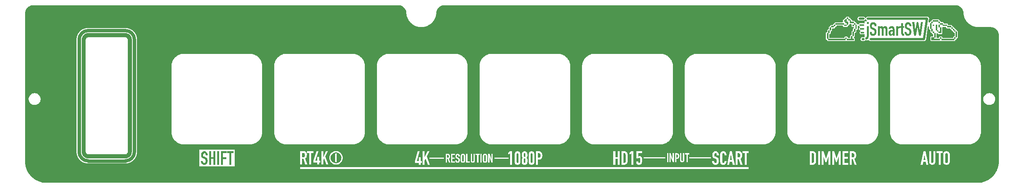
<source format=gbr>
%TF.GenerationSoftware,KiCad,Pcbnew,9.0.0*%
%TF.CreationDate,2025-04-15T08:38:04-04:00*%
%TF.ProjectId,Keypad Panel,4b657970-6164-4205-9061-6e656c2e6b69,1.0*%
%TF.SameCoordinates,Original*%
%TF.FileFunction,Copper,L1,Top*%
%TF.FilePolarity,Positive*%
%FSLAX46Y46*%
G04 Gerber Fmt 4.6, Leading zero omitted, Abs format (unit mm)*
G04 Created by KiCad (PCBNEW 9.0.0) date 2025-04-15 08:38:04*
%MOMM*%
%LPD*%
G01*
G04 APERTURE LIST*
%TA.AperFunction,NonConductor*%
%ADD10C,0.750000*%
%TD*%
%TA.AperFunction,Conductor*%
%ADD11C,0.000000*%
%TD*%
%TA.AperFunction,NonConductor*%
%ADD12C,0.000000*%
%TD*%
%TA.AperFunction,NonConductor*%
%ADD13C,0.500000*%
%TD*%
%TA.AperFunction,NonConductor*%
%ADD14C,0.300000*%
%TD*%
%ADD15C,0.300000*%
G04 APERTURE END LIST*
D10*
X62500000Y-118070000D02*
X54200000Y-118070000D01*
D11*
%TA.AperFunction,Conductor*%
%TO.N,1*%
G36*
X109383514Y-116360027D02*
G01*
X109341061Y-116360027D01*
X109270878Y-116393825D01*
X109222311Y-116454727D01*
X109204977Y-116530671D01*
X109205647Y-116533605D01*
X109205014Y-116533605D01*
X109205014Y-118228305D01*
X109205546Y-118228305D01*
X109205015Y-118230633D01*
X109222349Y-118306577D01*
X109270916Y-118367479D01*
X109341099Y-118401277D01*
X109383514Y-118401277D01*
X109383514Y-118574908D01*
X109269287Y-118574908D01*
X109051613Y-118534218D01*
X108845123Y-118454223D01*
X108656847Y-118337648D01*
X108493198Y-118188462D01*
X108359748Y-118011746D01*
X108261042Y-117813517D01*
X108200441Y-117600526D01*
X108180009Y-117380027D01*
X108200441Y-117159528D01*
X108261042Y-116946537D01*
X108359748Y-116748308D01*
X108493198Y-116571592D01*
X108656847Y-116422406D01*
X108845123Y-116305831D01*
X109051613Y-116225836D01*
X109269287Y-116185146D01*
X109383514Y-116185146D01*
X109383514Y-116360027D01*
G37*
%TD.AperFunction*%
D10*
X54200000Y-89020000D02*
X62500000Y-89020000D01*
X64500000Y-91020000D02*
X64500000Y-116070000D01*
D12*
%TA.AperFunction,NonConductor*%
G36*
X134241324Y-116755617D02*
G01*
X134340076Y-116774588D01*
X134418234Y-116833572D01*
X134421342Y-116838826D01*
X134451940Y-116932735D01*
X134456190Y-116966313D01*
X134460732Y-117065115D01*
X134460312Y-117097375D01*
X134451940Y-117198471D01*
X134421165Y-117294703D01*
X134349846Y-117354787D01*
X134325178Y-117363976D01*
X134227725Y-117375792D01*
X134063105Y-117375792D01*
X134063105Y-116754926D01*
X134214047Y-116754926D01*
X134241324Y-116755617D01*
G37*
%TD.AperFunction*%
D13*
X227740000Y-86350000D02*
X240935000Y-86350000D01*
D12*
%TA.AperFunction,NonConductor*%
G36*
X154573893Y-116353678D02*
G01*
X154720943Y-116389026D01*
X154822059Y-116493806D01*
X154828083Y-116506914D01*
X154855765Y-116653541D01*
X154855765Y-116699657D01*
X154855765Y-116846249D01*
X154855765Y-116892781D01*
X154855765Y-117044085D01*
X154855732Y-117049599D01*
X154822059Y-117193562D01*
X154715813Y-117294678D01*
X154659519Y-117315120D01*
X154513580Y-117330582D01*
X154306218Y-117330582D01*
X154306218Y-116352390D01*
X154528968Y-116352390D01*
X154573893Y-116353678D01*
G37*
%TD.AperFunction*%
%TA.AperFunction,NonConductor*%
G36*
X185296308Y-116655785D02*
G01*
X185394341Y-116679351D01*
X185461752Y-116749204D01*
X185465767Y-116757942D01*
X185484222Y-116855694D01*
X185484222Y-116886438D01*
X185484222Y-116984166D01*
X185484222Y-117015187D01*
X185484222Y-117116057D01*
X185484200Y-117119733D01*
X185461752Y-117215708D01*
X185390921Y-117283119D01*
X185353392Y-117296746D01*
X185256099Y-117307055D01*
X185117858Y-117307055D01*
X185117858Y-116654926D01*
X185266358Y-116654926D01*
X185296308Y-116655785D01*
G37*
%TD.AperFunction*%
D14*
X226005000Y-87760000D02*
X226815000Y-87760000D01*
D12*
%TA.AperFunction,NonConductor*%
G36*
X137673161Y-116755300D02*
G01*
X137764361Y-116799378D01*
X137804766Y-116852593D01*
X137823468Y-116951786D01*
X137823468Y-117999099D01*
X137816484Y-118063553D01*
X137764361Y-118151018D01*
X137721243Y-118178830D01*
X137625143Y-118199867D01*
X137576609Y-118195097D01*
X137484947Y-118151018D01*
X137444542Y-118097897D01*
X137425840Y-117999099D01*
X137425840Y-116951786D01*
X137432825Y-116887054D01*
X137484947Y-116799378D01*
X137528181Y-116771567D01*
X137625143Y-116750530D01*
X137673161Y-116755300D01*
G37*
%TD.AperFunction*%
D10*
X54200000Y-118070000D02*
G75*
G02*
X52200000Y-116070000I0J2000000D01*
G01*
D13*
X228370000Y-90920000D02*
X240255000Y-90920000D01*
D11*
%TA.AperFunction,Conductor*%
G36*
X155617744Y-119331780D02*
G01*
X147820000Y-119331780D01*
X147820000Y-117190000D01*
X147342425Y-117190000D01*
X147342425Y-116695307D01*
X147675758Y-116695307D01*
X148097809Y-116378768D01*
X148097809Y-118925000D01*
X148526455Y-118925000D01*
X148526455Y-116559019D01*
X149144146Y-116559019D01*
X149144146Y-118308775D01*
X149154103Y-118433897D01*
X149196169Y-118576221D01*
X149240683Y-118659065D01*
X149336853Y-118776988D01*
X149406611Y-118834072D01*
X149539819Y-118904483D01*
X149635102Y-118932948D01*
X149780887Y-118948447D01*
X149873417Y-118942264D01*
X150021222Y-118904483D01*
X150103791Y-118865946D01*
X150224920Y-118776988D01*
X150289961Y-118703203D01*
X150364139Y-118576221D01*
X150402006Y-118459066D01*
X150416895Y-118308775D01*
X150416895Y-116791550D01*
X150706323Y-116791550D01*
X150706323Y-116945167D01*
X150706516Y-116962160D01*
X150728305Y-117107833D01*
X150795716Y-117235327D01*
X150810699Y-117253102D01*
X150918814Y-117354030D01*
X150899901Y-117368696D01*
X150795716Y-117471999D01*
X150792899Y-117475682D01*
X150728305Y-117609752D01*
X150717679Y-117657517D01*
X150712344Y-117726988D01*
X150706323Y-117805390D01*
X150706323Y-117933984D01*
X150706323Y-118088224D01*
X150706323Y-118170441D01*
X150706323Y-118317568D01*
X150706335Y-118323133D01*
X150718779Y-118474371D01*
X150755416Y-118587944D01*
X150812569Y-118684665D01*
X150894142Y-118779569D01*
X151017733Y-118870778D01*
X151051827Y-118888981D01*
X151196405Y-118935628D01*
X151343064Y-118948447D01*
X151378531Y-118947764D01*
X151530080Y-118926526D01*
X151666930Y-118870778D01*
X151771616Y-118796927D01*
X151872827Y-118684665D01*
X151929980Y-118587944D01*
X151966616Y-118474371D01*
X151968124Y-118465859D01*
X151979072Y-118317568D01*
X151979072Y-118236238D01*
X151979072Y-118088224D01*
X151979072Y-117960951D01*
X151979072Y-117805390D01*
X151978020Y-117756458D01*
X151957091Y-117609752D01*
X151955738Y-117604826D01*
X151889679Y-117471999D01*
X151874696Y-117453469D01*
X151766581Y-117354030D01*
X151785495Y-117338551D01*
X151889679Y-117235327D01*
X151957091Y-117107833D01*
X151961019Y-117094326D01*
X151979072Y-116945167D01*
X151979072Y-116870497D01*
X151979072Y-116719487D01*
X151978660Y-116660914D01*
X151974427Y-116559019D01*
X152268500Y-116559019D01*
X152268500Y-118308775D01*
X152278458Y-118433897D01*
X152320524Y-118576221D01*
X152365037Y-118659065D01*
X152461208Y-118776988D01*
X152530966Y-118834072D01*
X152664174Y-118904483D01*
X152759456Y-118932948D01*
X152905241Y-118948447D01*
X152997771Y-118942264D01*
X153065310Y-118925000D01*
X153877572Y-118925000D01*
X154306218Y-118925000D01*
X154306218Y-117759228D01*
X154528235Y-117759228D01*
X154630461Y-117755301D01*
X154784661Y-117730297D01*
X154921710Y-117677163D01*
X154949209Y-117661059D01*
X155070861Y-117563149D01*
X155160580Y-117445621D01*
X155220955Y-117327200D01*
X155260963Y-117184036D01*
X155266459Y-117148064D01*
X155280541Y-116995629D01*
X155284411Y-116841120D01*
X155281755Y-116712938D01*
X155269429Y-116559569D01*
X155241913Y-116412473D01*
X155236423Y-116392758D01*
X155178098Y-116255114D01*
X155089505Y-116135502D01*
X154980143Y-116040158D01*
X154842575Y-115970638D01*
X154825462Y-115964959D01*
X154676398Y-115932719D01*
X154528235Y-115923743D01*
X153877572Y-115923743D01*
X153877572Y-117330582D01*
X153877572Y-118925000D01*
X153065310Y-118925000D01*
X153145576Y-118904483D01*
X153228146Y-118865946D01*
X153349275Y-118776988D01*
X153414316Y-118703203D01*
X153488493Y-118576221D01*
X153526360Y-118459066D01*
X153541250Y-118308775D01*
X153541250Y-117330582D01*
X153541250Y-116557554D01*
X153531152Y-116432432D01*
X153488493Y-116290108D01*
X153444529Y-116206817D01*
X153349275Y-116088607D01*
X153279070Y-116031523D01*
X153145576Y-115961113D01*
X153057855Y-115934322D01*
X152905241Y-115917149D01*
X152812265Y-115923331D01*
X152664174Y-115961113D01*
X152581707Y-115999649D01*
X152461208Y-116088607D01*
X152395571Y-116162513D01*
X152320524Y-116290108D01*
X152283183Y-116407262D01*
X152268500Y-116557554D01*
X152268500Y-116559019D01*
X151974427Y-116559019D01*
X151974366Y-116557554D01*
X151972478Y-116512124D01*
X151946100Y-116364113D01*
X151895541Y-116251273D01*
X151824467Y-116147226D01*
X151743243Y-116061453D01*
X151614906Y-115977965D01*
X151492772Y-115934313D01*
X151343064Y-115917149D01*
X151210185Y-115930512D01*
X151070489Y-115977965D01*
X150968708Y-116040296D01*
X150860929Y-116147226D01*
X150792052Y-116251273D01*
X150743692Y-116364113D01*
X150742421Y-116368029D01*
X150714383Y-116512124D01*
X150711382Y-116552424D01*
X150710132Y-116569211D01*
X150706323Y-116719487D01*
X150706323Y-116791550D01*
X150416895Y-116791550D01*
X150416895Y-116719487D01*
X150416895Y-116557554D01*
X150406797Y-116432432D01*
X150364139Y-116290108D01*
X150320175Y-116206817D01*
X150224920Y-116088607D01*
X150154716Y-116031523D01*
X150021222Y-115961113D01*
X149933500Y-115934322D01*
X149780887Y-115917149D01*
X149687910Y-115923331D01*
X149539819Y-115961113D01*
X149457353Y-115999649D01*
X149336853Y-116088607D01*
X149271217Y-116162513D01*
X149196169Y-116290108D01*
X149158828Y-116407262D01*
X149144146Y-116557554D01*
X149144146Y-116559019D01*
X148526455Y-116559019D01*
X148526455Y-116557554D01*
X148526455Y-115923743D01*
X148097809Y-115923743D01*
X147675758Y-116239549D01*
X147675758Y-116695307D01*
X147342425Y-116695307D01*
X147342425Y-116239549D01*
X147342425Y-115583816D01*
X155617744Y-115583816D01*
X155617744Y-119331780D01*
G37*
%TD.AperFunction*%
D12*
%TA.AperFunction,NonConductor*%
G36*
X152915826Y-116346033D02*
G01*
X153053985Y-116406612D01*
X153064461Y-116418285D01*
X153112603Y-116559019D01*
X153112603Y-118307309D01*
X153112088Y-118324212D01*
X153053985Y-118459717D01*
X153042835Y-118470454D01*
X152904509Y-118519801D01*
X152893191Y-118519566D01*
X152755032Y-118459717D01*
X152744687Y-118448043D01*
X152697146Y-118307309D01*
X152697146Y-116559019D01*
X152697655Y-116542116D01*
X152755032Y-116406612D01*
X152766182Y-116395743D01*
X152904509Y-116345795D01*
X152915826Y-116346033D01*
G37*
%TD.AperFunction*%
%TA.AperFunction,NonConductor*%
G36*
X173634244Y-116365785D02*
G01*
X173764418Y-116447644D01*
X173816075Y-116561767D01*
X173833294Y-116715090D01*
X173833294Y-118129256D01*
X173821322Y-118266762D01*
X173760754Y-118407693D01*
X173662752Y-118474188D01*
X173513825Y-118496353D01*
X173324048Y-118496353D01*
X173324048Y-116352390D01*
X173513825Y-116352390D01*
X173634244Y-116365785D01*
G37*
%TD.AperFunction*%
%TA.AperFunction,NonConductor*%
G36*
X102116626Y-116313453D02*
G01*
X102264754Y-116341909D01*
X102381991Y-116430386D01*
X102386653Y-116438266D01*
X102432549Y-116579130D01*
X102438925Y-116629497D01*
X102445738Y-116777699D01*
X102445107Y-116826090D01*
X102432549Y-116977734D01*
X102386387Y-117122082D01*
X102279409Y-117212207D01*
X102242406Y-117225992D01*
X102096227Y-117243715D01*
X101849297Y-117243715D01*
X101849297Y-116312417D01*
X102075710Y-116312417D01*
X102116626Y-116313453D01*
G37*
%TD.AperFunction*%
D14*
X226125000Y-88620000D02*
X226815000Y-88620000D01*
D12*
%TA.AperFunction,NonConductor*%
G36*
X242525146Y-88002355D02*
G01*
X242206323Y-88002355D01*
X242206323Y-87684855D01*
X242525146Y-87684855D01*
X242525146Y-88002355D01*
G37*
%TD.AperFunction*%
D11*
%TA.AperFunction,Conductor*%
G36*
X177784624Y-119341780D02*
G01*
X170774211Y-119341780D01*
X170774211Y-118925000D01*
X170774211Y-115923743D01*
X171107544Y-115923743D01*
X171107544Y-118925000D01*
X171536190Y-118925000D01*
X171536190Y-117611950D01*
X172045437Y-117611950D01*
X172045437Y-118925000D01*
X172474083Y-118925000D01*
X172895402Y-118925000D01*
X173483050Y-118925000D01*
X173639693Y-118915428D01*
X173798019Y-118881047D01*
X173934273Y-118821661D01*
X174061173Y-118724965D01*
X174097052Y-118685507D01*
X174175477Y-118561206D01*
X174228806Y-118409154D01*
X174254882Y-118253342D01*
X174261940Y-118102878D01*
X174261940Y-116698970D01*
X174261757Y-116695307D01*
X174730154Y-116695307D01*
X175152206Y-116378768D01*
X175152206Y-118925000D01*
X175580852Y-118925000D01*
X175580852Y-118178349D01*
X176198542Y-118178349D01*
X176198542Y-118305111D01*
X176208500Y-118430874D01*
X176250566Y-118574023D01*
X176295079Y-118657760D01*
X176391250Y-118776256D01*
X176461008Y-118833786D01*
X176594215Y-118904483D01*
X176689498Y-118932948D01*
X176835283Y-118948447D01*
X176927813Y-118942264D01*
X177075618Y-118904483D01*
X177158187Y-118865843D01*
X177279317Y-118776256D01*
X177344358Y-118702349D01*
X177418535Y-118574755D01*
X177456402Y-118456914D01*
X177471291Y-118305844D01*
X177471291Y-117532083D01*
X177462728Y-117407793D01*
X177422986Y-117264114D01*
X177334271Y-117134944D01*
X177270683Y-117083267D01*
X177131569Y-117020970D01*
X176978898Y-117002320D01*
X176916282Y-117005450D01*
X176771536Y-117041887D01*
X176743507Y-117054717D01*
X176620594Y-117140073D01*
X176620594Y-116352390D01*
X177471291Y-116352390D01*
X177471291Y-115923743D01*
X176245437Y-115923743D01*
X176245437Y-117537944D01*
X176623524Y-117537944D01*
X176647705Y-117499110D01*
X176685806Y-117441957D01*
X176748088Y-117397260D01*
X176841145Y-117377477D01*
X176852013Y-117377723D01*
X176985492Y-117440491D01*
X176995706Y-117452539D01*
X177042645Y-117592899D01*
X177042645Y-118296318D01*
X177041809Y-118322136D01*
X176989156Y-118461182D01*
X176978884Y-118471658D01*
X176840412Y-118519801D01*
X176816610Y-118518850D01*
X176681410Y-118458984D01*
X176657713Y-118430028D01*
X176620594Y-118288258D01*
X176620594Y-118178349D01*
X176198542Y-118178349D01*
X175580852Y-118178349D01*
X175580852Y-115923743D01*
X175152206Y-115923743D01*
X174730154Y-116239549D01*
X174730154Y-116695307D01*
X174261757Y-116695307D01*
X174255294Y-116565860D01*
X174225756Y-116406812D01*
X174164280Y-116253063D01*
X174154563Y-116239549D01*
X174072896Y-116125976D01*
X173967796Y-116037500D01*
X173823392Y-115968179D01*
X173671774Y-115933421D01*
X173521152Y-115923743D01*
X172895402Y-115923743D01*
X172895402Y-118496353D01*
X172895402Y-118925000D01*
X172474083Y-118925000D01*
X172474083Y-118496353D01*
X172474083Y-115923743D01*
X172045437Y-115923743D01*
X172045437Y-117236793D01*
X171536190Y-117236793D01*
X171536190Y-115923743D01*
X171107544Y-115923743D01*
X170774211Y-115923743D01*
X170774211Y-115590410D01*
X177784624Y-115590410D01*
X177784624Y-119341780D01*
G37*
%TD.AperFunction*%
D12*
%TA.AperFunction,NonConductor*%
G36*
X199011788Y-116353426D02*
G01*
X199159916Y-116381882D01*
X199277153Y-116470359D01*
X199281815Y-116478239D01*
X199327711Y-116619103D01*
X199334087Y-116669470D01*
X199340900Y-116817672D01*
X199340269Y-116866063D01*
X199327711Y-117017707D01*
X199281549Y-117162055D01*
X199174571Y-117252180D01*
X199137568Y-117265965D01*
X198991389Y-117283688D01*
X198744459Y-117283688D01*
X198744459Y-116352390D01*
X198970872Y-116352390D01*
X199011788Y-116353426D01*
G37*
%TD.AperFunction*%
D11*
%TA.AperFunction,Conductor*%
%TO.N,2*%
G36*
X223385063Y-86411593D02*
G01*
X223703886Y-86411593D01*
X223703886Y-86730416D01*
X224022709Y-86730416D01*
X224022709Y-87046593D01*
X224656386Y-87046593D01*
X224656386Y-87365416D01*
X224975209Y-87365416D01*
X224975209Y-87684239D01*
X225290063Y-87684239D01*
X225290063Y-88644676D01*
X224980500Y-88644676D01*
X224980500Y-89280999D01*
X224661677Y-89280999D01*
X224661677Y-90234822D01*
X224346823Y-90234822D01*
X224346823Y-90863208D01*
X224653739Y-90863208D01*
X224653739Y-91186000D01*
X223066239Y-91186000D01*
X223066239Y-90879083D01*
X222758000Y-90879083D01*
X222758000Y-91186000D01*
X218937417Y-91186000D01*
X218937417Y-90873791D01*
X218621240Y-90873791D01*
X218621240Y-89602468D01*
X218945354Y-89602468D01*
X218946677Y-90860562D01*
X222746094Y-90860562D01*
X222746094Y-90550999D01*
X223074177Y-90550999D01*
X223074177Y-90859239D01*
X224017417Y-90859239D01*
X224017417Y-90226885D01*
X224334917Y-90226885D01*
X224334917Y-89273062D01*
X224652417Y-89273062D01*
X224652417Y-88636739D01*
X224961979Y-88636739D01*
X224961979Y-87701437D01*
X224656385Y-87701437D01*
X224656385Y-88008354D01*
X224337562Y-88008354D01*
X224337562Y-87684239D01*
X224645802Y-87684239D01*
X224645802Y-87376000D01*
X223694625Y-87376000D01*
X223694625Y-86739677D01*
X223377125Y-86739677D01*
X223377125Y-86428791D01*
X223075500Y-86428791D01*
X223075500Y-87053208D01*
X223385063Y-87053208D01*
X223385063Y-87696145D01*
X223068886Y-87696145D01*
X223068886Y-88007031D01*
X222425948Y-88007031D01*
X222425948Y-87700114D01*
X220527563Y-87700114D01*
X220527563Y-88013645D01*
X220211385Y-88013645D01*
X220211385Y-88332468D01*
X219575063Y-88332468D01*
X219575063Y-88968791D01*
X219258886Y-88968791D01*
X219258886Y-89602468D01*
X218945354Y-89602468D01*
X218621240Y-89602468D01*
X218621240Y-89595854D01*
X218932125Y-89595854D01*
X218932125Y-88959531D01*
X219249625Y-88959531D01*
X219249625Y-88323208D01*
X219567125Y-88323208D01*
X219567125Y-88007031D01*
X220200802Y-88007031D01*
X220200802Y-87688208D01*
X220518302Y-87688208D01*
X220518302Y-87372031D01*
X222433885Y-87372031D01*
X222433885Y-87680270D01*
X223056979Y-87680270D01*
X223056979Y-87378645D01*
X222746094Y-87378645D01*
X222746094Y-87059823D01*
X222429917Y-87059823D01*
X222429917Y-86734385D01*
X222742125Y-86734385D01*
X222742125Y-86415562D01*
X223059625Y-86415562D01*
X223059625Y-86100708D01*
X223385063Y-86100708D01*
X223385063Y-86411593D01*
G37*
%TD.AperFunction*%
D10*
X52200000Y-90990000D02*
X52200000Y-116070000D01*
D11*
%TA.AperFunction,Conductor*%
%TO.N,1*%
G36*
X182860000Y-117650000D02*
G01*
X180920000Y-117650000D01*
X177650000Y-117650000D01*
X177650000Y-117495010D01*
X177849994Y-117495010D01*
X180920000Y-117495010D01*
X180920000Y-117495000D01*
X182670000Y-117495000D01*
X182670000Y-117254973D01*
X180920000Y-117254973D01*
X180920000Y-117254983D01*
X179529994Y-117254983D01*
X177849994Y-117254983D01*
X177849994Y-117495010D01*
X177650000Y-117495010D01*
X177650000Y-117254983D01*
X177650000Y-117070000D01*
X180920000Y-117070000D01*
X182860000Y-117070000D01*
X182860000Y-117650000D01*
G37*
%TD.AperFunction*%
D13*
X226570000Y-90920000D02*
X226740000Y-90920000D01*
D11*
%TA.AperFunction,Conductor*%
G36*
X111040009Y-118980027D02*
G01*
X109380009Y-118980027D01*
X109380009Y-118874904D01*
X109503878Y-118874904D01*
X109748237Y-118834127D01*
X109982552Y-118753687D01*
X110200431Y-118635777D01*
X110395931Y-118483613D01*
X110563720Y-118301346D01*
X110699220Y-118093948D01*
X110798735Y-117867076D01*
X110859551Y-117626919D01*
X110880009Y-117380027D01*
X110859551Y-117133135D01*
X110798735Y-116892978D01*
X110699220Y-116666106D01*
X110563720Y-116458708D01*
X110395931Y-116276441D01*
X110200431Y-116124277D01*
X109982552Y-116006367D01*
X109748237Y-115925927D01*
X109503878Y-115885150D01*
X109380009Y-115885150D01*
X109380009Y-115780027D01*
X111040009Y-115780027D01*
X111040009Y-118980027D01*
G37*
%TD.AperFunction*%
%TA.AperFunction,Conductor*%
G36*
X129923918Y-117043918D02*
G01*
X130495876Y-119328333D01*
X126608544Y-119328333D01*
X126608544Y-118509542D01*
X126941877Y-118509542D01*
X127785980Y-118509542D01*
X127785980Y-118925000D01*
X128214627Y-118925000D01*
X128644738Y-118925000D01*
X129073384Y-118925000D01*
X129073384Y-118027407D01*
X129304194Y-117592899D01*
X129791458Y-118925000D01*
X130245017Y-118925000D01*
X129551856Y-117125418D01*
X130135841Y-115923743D01*
X129707195Y-115923743D01*
X129081444Y-117293946D01*
X129073384Y-117293946D01*
X129073384Y-115923743D01*
X128644738Y-115923743D01*
X128644738Y-118925000D01*
X128214627Y-118925000D01*
X128214627Y-118509542D01*
X128442505Y-118509542D01*
X128442505Y-118080896D01*
X128214627Y-118080896D01*
X128214627Y-117236793D01*
X127785980Y-117236793D01*
X127785980Y-118080896D01*
X127366127Y-118080896D01*
X128004334Y-115923743D01*
X127552973Y-115923743D01*
X126941877Y-118080896D01*
X126941877Y-118509542D01*
X126608544Y-118509542D01*
X126608544Y-118080896D01*
X126608544Y-115590410D01*
X130478350Y-115590410D01*
X129923918Y-117043918D01*
G37*
%TD.AperFunction*%
D12*
%TA.AperFunction,NonConductor*%
G36*
X149791471Y-116346033D02*
G01*
X149929631Y-116406612D01*
X149940106Y-116418285D01*
X149988249Y-116559019D01*
X149988249Y-118307309D01*
X149987734Y-118324212D01*
X149929631Y-118459717D01*
X149918481Y-118470454D01*
X149780154Y-118519801D01*
X149768837Y-118519566D01*
X149630677Y-118459717D01*
X149620333Y-118448043D01*
X149572792Y-118307309D01*
X149572792Y-116559019D01*
X149573301Y-116542116D01*
X149630677Y-116406612D01*
X149641827Y-116395743D01*
X149780154Y-116345795D01*
X149791471Y-116346033D01*
G37*
%TD.AperFunction*%
D10*
X62500000Y-89020000D02*
G75*
G02*
X64500000Y-91020000I0J-2000000D01*
G01*
X52200000Y-91020000D02*
G75*
G02*
X54200000Y-89020000I2000000J0D01*
G01*
D11*
%TA.AperFunction,Conductor*%
G36*
X192960000Y-117640000D02*
G01*
X191100000Y-117640000D01*
X187900000Y-117640000D01*
X187900000Y-117485010D01*
X188029994Y-117485010D01*
X191100000Y-117485010D01*
X191100000Y-117485000D01*
X192850000Y-117485000D01*
X192850000Y-117244973D01*
X191100000Y-117244973D01*
X191100000Y-117244983D01*
X189709994Y-117244983D01*
X188029994Y-117244983D01*
X188029994Y-117485010D01*
X187900000Y-117485010D01*
X187900000Y-117244983D01*
X187900000Y-117060000D01*
X191100000Y-117060000D01*
X192960000Y-117060000D01*
X192960000Y-117640000D01*
G37*
%TD.AperFunction*%
D13*
X225890000Y-86350000D02*
X226740000Y-86350000D01*
D11*
%TA.AperFunction,Conductor*%
G36*
X109708410Y-116225913D02*
G01*
X109914900Y-116305908D01*
X110103176Y-116422483D01*
X110266825Y-116571669D01*
X110400275Y-116748385D01*
X110498981Y-116946614D01*
X110559582Y-117159605D01*
X110580014Y-117380104D01*
X110559582Y-117600603D01*
X110498981Y-117813594D01*
X110400275Y-118011823D01*
X110266825Y-118188539D01*
X110103176Y-118337725D01*
X109914900Y-118454300D01*
X109708410Y-118534295D01*
X109490736Y-118574985D01*
X109383639Y-118574985D01*
X109383639Y-118400633D01*
X109418995Y-118400633D01*
X109489178Y-118366835D01*
X109537745Y-118305933D01*
X109555079Y-118229989D01*
X109554548Y-118227661D01*
X109555003Y-118227661D01*
X109555003Y-116532961D01*
X109554371Y-116532961D01*
X109555041Y-116530027D01*
X109537707Y-116454083D01*
X109489140Y-116393181D01*
X109418957Y-116359383D01*
X109383639Y-116359383D01*
X109383639Y-116185223D01*
X109490736Y-116185223D01*
X109708410Y-116225913D01*
G37*
%TD.AperFunction*%
D12*
%TA.AperFunction,NonConductor*%
G36*
X151352690Y-117518398D02*
G01*
X151488144Y-117578977D01*
X151495686Y-117586596D01*
X151550426Y-117726988D01*
X151550426Y-118310973D01*
X151550183Y-118321858D01*
X151488144Y-118459717D01*
X151480276Y-118466993D01*
X151342331Y-118519801D01*
X151332062Y-118519566D01*
X151197251Y-118459717D01*
X151189709Y-118452009D01*
X151134969Y-118310973D01*
X151134969Y-117726988D01*
X151135212Y-117716106D01*
X151197251Y-117578977D01*
X151205116Y-117571613D01*
X151342331Y-117518161D01*
X151352690Y-117518398D01*
G37*
%TD.AperFunction*%
D10*
X64500000Y-116070000D02*
G75*
G02*
X62500000Y-118070000I-2000000J0D01*
G01*
D11*
%TA.AperFunction,Conductor*%
G36*
X201580060Y-119281780D02*
G01*
X192768384Y-119281780D01*
X192770000Y-118080896D01*
X192900000Y-118080896D01*
X193101717Y-118080896D01*
X193101717Y-118239898D01*
X193114114Y-118376416D01*
X193158137Y-118519068D01*
X193215078Y-118624735D01*
X193310544Y-118743283D01*
X193408744Y-118824255D01*
X193539888Y-118894225D01*
X193678924Y-118934891D01*
X193827851Y-118948447D01*
X193877974Y-118947405D01*
X194027275Y-118929628D01*
X194173699Y-118881769D01*
X194295050Y-118808149D01*
X194403775Y-118697854D01*
X194479499Y-118563741D01*
X194524676Y-118423080D01*
X194535441Y-118372061D01*
X194552782Y-118245027D01*
X194898367Y-118245027D01*
X194899363Y-118295345D01*
X194916358Y-118442906D01*
X194962115Y-118582815D01*
X195025267Y-118688603D01*
X195126246Y-118798237D01*
X195211203Y-118857883D01*
X195349728Y-118915474D01*
X195442189Y-118935567D01*
X195594459Y-118948447D01*
X195713911Y-118937648D01*
X195753519Y-118925000D01*
X196427572Y-118925000D01*
X196856218Y-118925000D01*
X196982247Y-118268475D01*
X197566232Y-118268475D01*
X197692261Y-118925000D01*
X198120175Y-118925000D01*
X198315813Y-118925000D01*
X198744459Y-118925000D01*
X198744459Y-117658845D01*
X199004578Y-117658845D01*
X199408311Y-118925000D01*
X199861870Y-118925000D01*
X199399519Y-117571650D01*
X199494727Y-117509597D01*
X199608518Y-117399516D01*
X199687481Y-117269033D01*
X199734204Y-117130635D01*
X199761532Y-116973363D01*
X199769546Y-116814009D01*
X199762862Y-116654908D01*
X199733152Y-116467118D01*
X199694798Y-116352390D01*
X199679674Y-116307149D01*
X199602429Y-116175000D01*
X199472448Y-116048937D01*
X199341725Y-115979385D01*
X199187233Y-115937654D01*
X199008974Y-115923743D01*
X199839888Y-115923743D01*
X199839888Y-116352390D01*
X200349135Y-116352390D01*
X200349135Y-118925000D01*
X200777781Y-118925000D01*
X200777781Y-116352390D01*
X201246727Y-116352390D01*
X201246727Y-115923743D01*
X199839888Y-115923743D01*
X199008974Y-115923743D01*
X198315813Y-115923743D01*
X198315813Y-117283688D01*
X198315813Y-118925000D01*
X198120175Y-118925000D01*
X197755127Y-117283688D01*
X197452659Y-115923743D01*
X197095820Y-115923743D01*
X196669192Y-117839829D01*
X196427572Y-118925000D01*
X195753519Y-118925000D01*
X195856776Y-118892027D01*
X195957956Y-118835086D01*
X196070733Y-118739619D01*
X196142660Y-118649800D01*
X196212882Y-118519068D01*
X196248445Y-118407911D01*
X196264906Y-118256751D01*
X196264906Y-118072103D01*
X195836260Y-118072103D01*
X195836260Y-118218649D01*
X195812080Y-118365195D01*
X195751263Y-118456786D01*
X195664068Y-118505146D01*
X195577606Y-118519801D01*
X195504899Y-118512845D01*
X195381235Y-118431873D01*
X195348194Y-118360054D01*
X195327013Y-118214253D01*
X195327013Y-116693108D01*
X195334123Y-116587321D01*
X195377572Y-116443981D01*
X195435701Y-116380409D01*
X195582003Y-116345795D01*
X195644065Y-116353098D01*
X195767383Y-116438119D01*
X195806597Y-116505070D01*
X195836260Y-116655006D01*
X195836260Y-116797156D01*
X196264906Y-116797156D01*
X196264906Y-116630094D01*
X196253475Y-116489251D01*
X196212882Y-116342864D01*
X196160429Y-116234191D01*
X196070733Y-116114253D01*
X196022281Y-116068057D01*
X195885925Y-115979514D01*
X195744606Y-115932740D01*
X195585667Y-115917149D01*
X195448055Y-115928741D01*
X195306497Y-115969905D01*
X195209661Y-116018826D01*
X195088144Y-116114253D01*
X195016497Y-116200987D01*
X194947460Y-116331873D01*
X194912222Y-116454008D01*
X194898367Y-116603715D01*
X194898367Y-118245027D01*
X194552782Y-118245027D01*
X194555877Y-118222356D01*
X194562045Y-118074302D01*
X194558819Y-117938200D01*
X194545192Y-117783408D01*
X194530733Y-117698629D01*
X194484376Y-117555530D01*
X194450115Y-117497756D01*
X194349553Y-117386270D01*
X194257590Y-117321601D01*
X194125339Y-117258042D01*
X193806602Y-117128349D01*
X193679107Y-117062404D01*
X193607299Y-116982536D01*
X193576525Y-116877756D01*
X193570663Y-116730478D01*
X193582387Y-116586863D01*
X193626350Y-116463032D01*
X193709881Y-116379501D01*
X193845436Y-116345795D01*
X193949816Y-116360839D01*
X194067453Y-116452773D01*
X194112533Y-116553452D01*
X194133399Y-116705565D01*
X194133399Y-116801552D01*
X194562045Y-116801552D01*
X194562045Y-116603715D01*
X194562045Y-116591992D01*
X194560377Y-116543741D01*
X194530724Y-116390441D01*
X194464006Y-116248732D01*
X194372268Y-116131106D01*
X194275926Y-116048802D01*
X194148053Y-115975767D01*
X194011766Y-115931803D01*
X193862289Y-115917149D01*
X193839317Y-115917404D01*
X193689731Y-115933452D01*
X193542819Y-115982362D01*
X193428102Y-116052472D01*
X193323001Y-116155286D01*
X193243500Y-116274904D01*
X193186713Y-116415404D01*
X193181301Y-116434335D01*
X193151838Y-116580330D01*
X193142017Y-116733408D01*
X193142375Y-116768119D01*
X193152840Y-116915176D01*
X193181462Y-117061035D01*
X193233608Y-117200157D01*
X193245838Y-117223049D01*
X193337765Y-117338927D01*
X193457549Y-117429545D01*
X193594843Y-117499110D01*
X193893064Y-117624406D01*
X194017627Y-117687421D01*
X194093098Y-117762892D01*
X194125339Y-117884525D01*
X194129235Y-117929927D01*
X194133399Y-118076500D01*
X194133238Y-118107405D01*
X194126804Y-118258217D01*
X194087969Y-118398900D01*
X193994913Y-118488293D01*
X193975185Y-118497370D01*
X193827851Y-118519801D01*
X193728021Y-118508718D01*
X193598507Y-118426011D01*
X193559710Y-118358343D01*
X193530363Y-118214253D01*
X193530363Y-118080896D01*
X193101717Y-118080896D01*
X192900000Y-118080896D01*
X192900000Y-115583816D01*
X201580060Y-115583816D01*
X201580060Y-119281780D01*
G37*
%TD.AperFunction*%
D12*
%TA.AperFunction,NonConductor*%
G36*
X197486364Y-117839829D02*
G01*
X197057718Y-117839829D01*
X197268011Y-116772243D01*
X197276071Y-116772243D01*
X197486364Y-117839829D01*
G37*
%TD.AperFunction*%
D11*
%TA.AperFunction,Conductor*%
G36*
X133460000Y-117740000D02*
G01*
X131600000Y-117740000D01*
X130090000Y-117740000D01*
X130090000Y-117585010D01*
X130209994Y-117585010D01*
X131600000Y-117585010D01*
X131600000Y-117585000D01*
X133350000Y-117585000D01*
X133350000Y-117344973D01*
X131600000Y-117344973D01*
X131600000Y-117344983D01*
X130209994Y-117344983D01*
X130209994Y-117585010D01*
X130090000Y-117585010D01*
X130090000Y-117344983D01*
X130090000Y-117160000D01*
X131600000Y-117160000D01*
X133460000Y-117160000D01*
X133460000Y-117740000D01*
G37*
%TD.AperFunction*%
D13*
X240252121Y-90919253D02*
X240935000Y-86350000D01*
D11*
%TA.AperFunction,Conductor*%
G36*
X109380009Y-115885150D02*
G01*
X109256140Y-115885150D01*
X109011781Y-115925927D01*
X108777466Y-116006367D01*
X108559587Y-116124277D01*
X108364087Y-116276441D01*
X108196298Y-116458708D01*
X108060798Y-116666106D01*
X107961283Y-116892978D01*
X107900467Y-117133135D01*
X107880009Y-117380027D01*
X107900467Y-117626919D01*
X107961283Y-117867076D01*
X108060798Y-118093948D01*
X108196298Y-118301346D01*
X108364087Y-118483613D01*
X108559587Y-118635777D01*
X108777466Y-118753687D01*
X109011781Y-118834127D01*
X109256140Y-118874904D01*
X109380009Y-118874904D01*
X109380009Y-118980027D01*
X107720009Y-118980027D01*
X107720009Y-115780027D01*
X109380009Y-115780027D01*
X109380009Y-115885150D01*
G37*
%TD.AperFunction*%
%TA.AperFunction,Conductor*%
G36*
X144542696Y-118707853D02*
G01*
X133550339Y-118707853D01*
X133550339Y-118470000D01*
X133777341Y-118470000D01*
X134063105Y-118470000D01*
X134063105Y-117625896D01*
X134236517Y-117625896D01*
X134505673Y-118470000D01*
X134808046Y-118470000D01*
X134969246Y-118470000D01*
X135813349Y-118470000D01*
X135813349Y-118184235D01*
X135255010Y-118184235D01*
X135255010Y-117907264D01*
X135942309Y-117907264D01*
X135942309Y-118013265D01*
X135950574Y-118104277D01*
X135979923Y-118199378D01*
X136017884Y-118269823D01*
X136081528Y-118348855D01*
X136146994Y-118402837D01*
X136234424Y-118449483D01*
X136327114Y-118476594D01*
X136426399Y-118485631D01*
X136459814Y-118484936D01*
X136559348Y-118473085D01*
X136656964Y-118441179D01*
X136737865Y-118392099D01*
X136810349Y-118318569D01*
X136860831Y-118229160D01*
X136890949Y-118135387D01*
X136898126Y-118101374D01*
X136911750Y-118001570D01*
X136915861Y-117902868D01*
X136913711Y-117812133D01*
X136904626Y-117708939D01*
X136894987Y-117652419D01*
X136864082Y-117557020D01*
X136841241Y-117518504D01*
X136774201Y-117444180D01*
X136712892Y-117401067D01*
X136624724Y-117358695D01*
X136412233Y-117272233D01*
X136327236Y-117228269D01*
X136279365Y-117175024D01*
X136258848Y-117105170D01*
X136254940Y-117006985D01*
X136262756Y-116911242D01*
X136292065Y-116828688D01*
X136347753Y-116773000D01*
X136438122Y-116750530D01*
X136507709Y-116760559D01*
X136586134Y-116821849D01*
X136616187Y-116888968D01*
X136630097Y-116990376D01*
X136630097Y-117054368D01*
X136915861Y-117054368D01*
X136915861Y-116951786D01*
X137140076Y-116951786D01*
X137140076Y-118000076D01*
X137140242Y-118015628D01*
X137150701Y-118116580D01*
X137182575Y-118215010D01*
X137228642Y-118292054D01*
X137295903Y-118363021D01*
X137359109Y-118410986D01*
X137450265Y-118455345D01*
X137526199Y-118476048D01*
X137624654Y-118485631D01*
X137701217Y-118479834D01*
X137740305Y-118470000D01*
X137798555Y-118455345D01*
X137876286Y-118419732D01*
X137956336Y-118363021D01*
X138014410Y-118301304D01*
X138066734Y-118215010D01*
X138074329Y-118197931D01*
X138101098Y-118103006D01*
X138109232Y-118000076D01*
X138109232Y-116950809D01*
X138109066Y-116935897D01*
X138098607Y-116837602D01*
X138066734Y-116738318D01*
X138021310Y-116658633D01*
X137956336Y-116584933D01*
X137891033Y-116538731D01*
X137798555Y-116495540D01*
X137722954Y-116474503D01*
X137669034Y-116469162D01*
X138331981Y-116469162D01*
X138331981Y-118470000D01*
X139176085Y-118470000D01*
X139176085Y-118184235D01*
X138617746Y-118184235D01*
X138617746Y-118019616D01*
X138617746Y-116469162D01*
X139367571Y-116469162D01*
X139367571Y-118019616D01*
X139374397Y-118102630D01*
X139403231Y-118200844D01*
X139440096Y-118269619D01*
X139502882Y-118347878D01*
X139561813Y-118399303D01*
X139647473Y-118449483D01*
X139721284Y-118474194D01*
X139823328Y-118485631D01*
X139903243Y-118478712D01*
X139999672Y-118449483D01*
X140068594Y-118412003D01*
X140146217Y-118347878D01*
X140195932Y-118287999D01*
X140243914Y-118200844D01*
X140268809Y-118119664D01*
X140278597Y-118019616D01*
X140278597Y-116754926D01*
X140278597Y-116469162D01*
X140434424Y-116469162D01*
X140434424Y-116754926D01*
X140773921Y-116754926D01*
X140773921Y-118470000D01*
X141059686Y-118470000D01*
X141059686Y-116754926D01*
X141372316Y-116754926D01*
X141372316Y-116469162D01*
X141518862Y-116469162D01*
X141518862Y-118470000D01*
X141804626Y-118470000D01*
X141804626Y-116951786D01*
X142058150Y-116951786D01*
X142058150Y-118000076D01*
X142058316Y-118015628D01*
X142068775Y-118116580D01*
X142100649Y-118215010D01*
X142146716Y-118292054D01*
X142213977Y-118363021D01*
X142277183Y-118410986D01*
X142368339Y-118455345D01*
X142444273Y-118476048D01*
X142542728Y-118485631D01*
X142619291Y-118479834D01*
X142658379Y-118470000D01*
X142716629Y-118455345D01*
X142794360Y-118419732D01*
X142874410Y-118363021D01*
X142932484Y-118301304D01*
X142984808Y-118215010D01*
X142992403Y-118197931D01*
X143019172Y-118103006D01*
X143027306Y-118000076D01*
X143027306Y-116950809D01*
X143027140Y-116935897D01*
X143016681Y-116837602D01*
X142984808Y-116738318D01*
X142939384Y-116658633D01*
X142874410Y-116584933D01*
X142809107Y-116538731D01*
X142716629Y-116495540D01*
X142641028Y-116474503D01*
X142587108Y-116469162D01*
X143250055Y-116469162D01*
X143250055Y-118470000D01*
X143535820Y-118470000D01*
X143535820Y-117267348D01*
X143984249Y-118470000D01*
X144250474Y-118470000D01*
X144250474Y-116469162D01*
X143964710Y-116469162D01*
X143964710Y-117674745D01*
X143522142Y-116469162D01*
X143250055Y-116469162D01*
X142587108Y-116469162D01*
X142542728Y-116464766D01*
X142466072Y-116470656D01*
X142368339Y-116495540D01*
X142296478Y-116527557D01*
X142213977Y-116584933D01*
X142150230Y-116653810D01*
X142100649Y-116738318D01*
X142093054Y-116755873D01*
X142066285Y-116850992D01*
X142058150Y-116950809D01*
X142058150Y-116951786D01*
X141804626Y-116951786D01*
X141804626Y-116950809D01*
X141804626Y-116469162D01*
X141518862Y-116469162D01*
X141372316Y-116469162D01*
X140434424Y-116469162D01*
X140278597Y-116469162D01*
X139992833Y-116469162D01*
X139992833Y-117992260D01*
X139987118Y-118058892D01*
X139944473Y-118149553D01*
X139918736Y-118171565D01*
X139822840Y-118199867D01*
X139787974Y-118196722D01*
X139701695Y-118149553D01*
X139666984Y-118089690D01*
X139653335Y-117992260D01*
X139653335Y-116469162D01*
X139367571Y-116469162D01*
X138617746Y-116469162D01*
X138331981Y-116469162D01*
X137669034Y-116469162D01*
X137624654Y-116464766D01*
X137547998Y-116470656D01*
X137450265Y-116495540D01*
X137378404Y-116527557D01*
X137295903Y-116584933D01*
X137232156Y-116653810D01*
X137182575Y-116738318D01*
X137174980Y-116755873D01*
X137148211Y-116850992D01*
X137140076Y-116950809D01*
X137140076Y-116951786D01*
X136915861Y-116951786D01*
X136915861Y-116950809D01*
X136915861Y-116914661D01*
X136914749Y-116882494D01*
X136894981Y-116780294D01*
X136850502Y-116685821D01*
X136789344Y-116607404D01*
X136725115Y-116552535D01*
X136639867Y-116503845D01*
X136549009Y-116474535D01*
X136449358Y-116464766D01*
X136434043Y-116464936D01*
X136334319Y-116475635D01*
X136236378Y-116508241D01*
X136159899Y-116554981D01*
X136089832Y-116623524D01*
X136036831Y-116703269D01*
X135998974Y-116796936D01*
X135995365Y-116809556D01*
X135975723Y-116906886D01*
X135969176Y-117008939D01*
X135969415Y-117032079D01*
X135976391Y-117130117D01*
X135995473Y-117227356D01*
X136030237Y-117320104D01*
X136038390Y-117335366D01*
X136099675Y-117412618D01*
X136179531Y-117473030D01*
X136271060Y-117519406D01*
X136469874Y-117602937D01*
X136552917Y-117644947D01*
X136603231Y-117695261D01*
X136624724Y-117776350D01*
X136627321Y-117806618D01*
X136630097Y-117904333D01*
X136629990Y-117924936D01*
X136625701Y-118025478D01*
X136599811Y-118119267D01*
X136537773Y-118178862D01*
X136524622Y-118184913D01*
X136426399Y-118199867D01*
X136359846Y-118192479D01*
X136273503Y-118137341D01*
X136247638Y-118092229D01*
X136228074Y-117996168D01*
X136228074Y-117907264D01*
X135942309Y-117907264D01*
X135255010Y-117907264D01*
X135255010Y-117594633D01*
X135750823Y-117594633D01*
X135750823Y-117308869D01*
X135255010Y-117308869D01*
X135255010Y-116754926D01*
X135813349Y-116754926D01*
X135813349Y-116469162D01*
X134969246Y-116469162D01*
X134969246Y-118470000D01*
X134808046Y-118470000D01*
X134499811Y-117567766D01*
X134563284Y-117526398D01*
X134639144Y-117453010D01*
X134691786Y-117366022D01*
X134722935Y-117273757D01*
X134741154Y-117168908D01*
X134746496Y-117062672D01*
X134742040Y-116956605D01*
X134722233Y-116831412D01*
X134686582Y-116724766D01*
X134635085Y-116636666D01*
X134548431Y-116552624D01*
X134461282Y-116506256D01*
X134358288Y-116478436D01*
X134239448Y-116469162D01*
X133777341Y-116469162D01*
X133777341Y-118470000D01*
X133550339Y-118470000D01*
X133550339Y-116245792D01*
X133555119Y-116245792D01*
X133555119Y-116242544D01*
X144542696Y-116242544D01*
X144542696Y-118707853D01*
G37*
%TD.AperFunction*%
D12*
%TA.AperFunction,NonConductor*%
G36*
X142591235Y-116755300D02*
G01*
X142682435Y-116799378D01*
X142722840Y-116852593D01*
X142741542Y-116951786D01*
X142741542Y-117999099D01*
X142734558Y-118063553D01*
X142682435Y-118151018D01*
X142639317Y-118178830D01*
X142543217Y-118199867D01*
X142494683Y-118195097D01*
X142403021Y-118151018D01*
X142362616Y-118097897D01*
X142343914Y-117999099D01*
X142343914Y-116951786D01*
X142350899Y-116887054D01*
X142403021Y-116799378D01*
X142446255Y-116771567D01*
X142543217Y-116750530D01*
X142591235Y-116755300D01*
G37*
%TD.AperFunction*%
D14*
X226255000Y-89480000D02*
X226815000Y-89480000D01*
D11*
%TA.AperFunction,Conductor*%
G36*
X188198210Y-117120000D02*
G01*
X187950000Y-117120000D01*
X187950000Y-118607853D01*
X182827876Y-118607853D01*
X182827876Y-118370000D01*
X182827876Y-116369162D01*
X183050098Y-116369162D01*
X183050098Y-118370000D01*
X183335862Y-118370000D01*
X183335862Y-116369162D01*
X183589386Y-116369162D01*
X183589386Y-118370000D01*
X183875150Y-118370000D01*
X183875150Y-117167348D01*
X184323580Y-118370000D01*
X184589805Y-118370000D01*
X184832094Y-118370000D01*
X185117858Y-118370000D01*
X185117858Y-117919616D01*
X185117858Y-117592819D01*
X185265869Y-117592819D01*
X185334020Y-117590201D01*
X185436819Y-117573531D01*
X185528186Y-117538108D01*
X185546518Y-117527372D01*
X185627619Y-117462099D01*
X185687432Y-117383747D01*
X185727682Y-117304800D01*
X185754355Y-117209357D01*
X185758018Y-117185376D01*
X185767406Y-117083753D01*
X185769986Y-116980746D01*
X185768216Y-116895292D01*
X185759998Y-116793046D01*
X185741654Y-116694982D01*
X185737994Y-116681839D01*
X185699111Y-116590076D01*
X185640049Y-116510334D01*
X185567141Y-116446772D01*
X185475429Y-116400425D01*
X185464021Y-116396639D01*
X185364644Y-116375146D01*
X185265869Y-116369162D01*
X185971242Y-116369162D01*
X185971242Y-117919616D01*
X185978068Y-118002630D01*
X186006902Y-118100844D01*
X186043767Y-118169619D01*
X186106553Y-118247878D01*
X186165484Y-118299303D01*
X186251145Y-118349483D01*
X186324956Y-118374194D01*
X186427000Y-118385631D01*
X186506915Y-118378712D01*
X186603343Y-118349483D01*
X186672265Y-118312003D01*
X186749889Y-118247878D01*
X186799603Y-118187999D01*
X186847586Y-118100844D01*
X186872480Y-118019664D01*
X186882268Y-117919616D01*
X186882268Y-116654926D01*
X186882268Y-116369162D01*
X187038095Y-116369162D01*
X187038095Y-116654926D01*
X187377593Y-116654926D01*
X187377593Y-118370000D01*
X187663357Y-118370000D01*
X187663357Y-116654926D01*
X187975988Y-116654926D01*
X187975988Y-116369162D01*
X187038095Y-116369162D01*
X186882268Y-116369162D01*
X186596504Y-116369162D01*
X186596504Y-117892260D01*
X186590790Y-117958892D01*
X186548144Y-118049553D01*
X186522407Y-118071565D01*
X186426511Y-118099867D01*
X186391645Y-118096722D01*
X186305367Y-118049553D01*
X186270655Y-117989690D01*
X186257007Y-117892260D01*
X186257007Y-116369162D01*
X185971242Y-116369162D01*
X185265869Y-116369162D01*
X184832094Y-116369162D01*
X184832094Y-117307055D01*
X184832094Y-118370000D01*
X184589805Y-118370000D01*
X184589805Y-117307055D01*
X184589805Y-116369162D01*
X184304041Y-116369162D01*
X184304041Y-117574745D01*
X183861473Y-116369162D01*
X183589386Y-116369162D01*
X183335862Y-116369162D01*
X183050098Y-116369162D01*
X182827876Y-116369162D01*
X182827876Y-116146940D01*
X188198210Y-116146940D01*
X188198210Y-117120000D01*
G37*
%TD.AperFunction*%
D12*
%TA.AperFunction,NonConductor*%
G36*
X151352690Y-116346030D02*
G01*
X151488144Y-116405879D01*
X151495686Y-116413492D01*
X151550426Y-116552424D01*
X151550426Y-116983269D01*
X151550183Y-116994062D01*
X151488144Y-117130547D01*
X151480276Y-117137734D01*
X151342331Y-117189898D01*
X151332062Y-117189666D01*
X151197251Y-117130547D01*
X151189709Y-117122931D01*
X151134969Y-116983269D01*
X151134969Y-116552424D01*
X151135212Y-116541720D01*
X151197251Y-116405879D01*
X151205116Y-116398603D01*
X151342331Y-116345795D01*
X151352690Y-116346030D01*
G37*
%TD.AperFunction*%
D11*
%TA.AperFunction,Conductor*%
G36*
X201350000Y-120110000D02*
G01*
X101140000Y-120170000D01*
X101140000Y-119494983D01*
X101419994Y-119494983D01*
X101419994Y-119845010D01*
X201240000Y-119845000D01*
X201240000Y-119494973D01*
X101140000Y-119494983D01*
X101140000Y-119310000D01*
X201350000Y-119310000D01*
X201350000Y-120110000D01*
G37*
%TD.AperFunction*%
%TA.AperFunction,Conductor*%
G36*
X147870000Y-117730000D02*
G01*
X146010000Y-117730000D01*
X144500000Y-117730000D01*
X144500000Y-117575010D01*
X144619994Y-117575010D01*
X146010000Y-117575010D01*
X146010000Y-117575000D01*
X147760000Y-117575000D01*
X147760000Y-117334973D01*
X146010000Y-117334973D01*
X146010000Y-117334983D01*
X144619994Y-117334983D01*
X144619994Y-117575010D01*
X144500000Y-117575010D01*
X144500000Y-117334983D01*
X144500000Y-117150000D01*
X146010000Y-117150000D01*
X147870000Y-117150000D01*
X147870000Y-117730000D01*
G37*
%TD.AperFunction*%
%TA.AperFunction,Conductor*%
%TO.N,2*%
G36*
X243476323Y-87040594D02*
G01*
X243795146Y-87040594D01*
X243795146Y-87359417D01*
X244431469Y-87359417D01*
X244431469Y-87676917D01*
X245383969Y-87676917D01*
X245383969Y-87993094D01*
X246335146Y-87993094D01*
X246335146Y-88310594D01*
X246653969Y-88310594D01*
X246653969Y-88629417D01*
X246972792Y-88629417D01*
X246972792Y-88948240D01*
X247288969Y-88948240D01*
X247288969Y-89264417D01*
X247446892Y-89263921D01*
X247525047Y-89262743D01*
X247603823Y-89260449D01*
X247603823Y-90541032D01*
X247291614Y-90541032D01*
X247291614Y-90859855D01*
X246975437Y-90859855D01*
X246975437Y-91172063D01*
X244107354Y-91172063D01*
X244107354Y-90863824D01*
X243799114Y-90863824D01*
X243799114Y-91173386D01*
X241888823Y-91173386D01*
X241888823Y-90535740D01*
X242514562Y-90535740D01*
X242514562Y-89592500D01*
X242203677Y-89592500D01*
X242203677Y-89276323D01*
X241884854Y-89276323D01*
X241884854Y-88640000D01*
X241570000Y-88640000D01*
X241570000Y-88633386D01*
X241899406Y-88633386D01*
X242214260Y-88633386D01*
X242214260Y-89269709D01*
X242533083Y-89269709D01*
X242533083Y-89588531D01*
X242842645Y-89588531D01*
X242842645Y-90548969D01*
X242534406Y-90548969D01*
X242534406Y-90851917D01*
X243792499Y-90851917D01*
X243792499Y-90543677D01*
X244120583Y-90543677D01*
X244120583Y-90850594D01*
X246966177Y-90850594D01*
X246966177Y-90535740D01*
X247278385Y-90535740D01*
X247278385Y-89273677D01*
X246963531Y-89273677D01*
X246963531Y-88954854D01*
X246644708Y-88954854D01*
X246644708Y-88636031D01*
X246328531Y-88636031D01*
X246328531Y-88319854D01*
X245374708Y-88319854D01*
X245374708Y-88001031D01*
X244420885Y-88001031D01*
X244420885Y-87691469D01*
X243803083Y-87691469D01*
X243803083Y-88315886D01*
X244112645Y-88315886D01*
X244112645Y-89587208D01*
X243472354Y-89587208D01*
X243472354Y-89272354D01*
X243153531Y-89272354D01*
X243153531Y-88953531D01*
X242841322Y-88953531D01*
X242841322Y-87682208D01*
X243166760Y-87682208D01*
X243166760Y-88950885D01*
X243482937Y-88950885D01*
X243482937Y-89261771D01*
X243784562Y-89261771D01*
X243784562Y-88318531D01*
X243477645Y-88318531D01*
X243477645Y-87675594D01*
X243785885Y-87675594D01*
X243785885Y-87367354D01*
X243472354Y-87367354D01*
X243472354Y-87057792D01*
X242211614Y-87057792D01*
X242211614Y-87372646D01*
X241899406Y-87372646D01*
X241899406Y-88633386D01*
X241570000Y-88633386D01*
X241570000Y-87372646D01*
X241570000Y-87362063D01*
X241879562Y-87362063D01*
X241879562Y-87045886D01*
X242198385Y-87045886D01*
X242198385Y-86731032D01*
X243476323Y-86731032D01*
X243476323Y-87040594D01*
G37*
%TD.AperFunction*%
%TA.AperFunction,Conductor*%
%TO.N,1*%
G36*
X107720278Y-118978360D02*
G01*
X101087318Y-118978360D01*
X101087318Y-118885027D01*
X101420651Y-118885027D01*
X101849297Y-118885027D01*
X101849297Y-117618872D01*
X102109416Y-117618872D01*
X102513149Y-118885027D01*
X102966708Y-118885027D01*
X102504357Y-117531677D01*
X102599565Y-117469624D01*
X102713356Y-117359543D01*
X102792319Y-117229060D01*
X102839042Y-117090662D01*
X102866370Y-116933390D01*
X102874384Y-116774036D01*
X102867700Y-116614935D01*
X102837990Y-116427145D01*
X102799636Y-116312417D01*
X102784512Y-116267176D01*
X102707267Y-116135027D01*
X102577286Y-116008964D01*
X102446563Y-115939412D01*
X102292071Y-115897681D01*
X102113812Y-115883770D01*
X102944726Y-115883770D01*
X102944726Y-116312417D01*
X103453973Y-116312417D01*
X103453973Y-118885027D01*
X103882619Y-118885027D01*
X103882619Y-118469569D01*
X104383805Y-118469569D01*
X105227909Y-118469569D01*
X105227909Y-118885027D01*
X105656555Y-118885027D01*
X106086666Y-118885027D01*
X106515313Y-118885027D01*
X106515313Y-117987434D01*
X106746122Y-117552926D01*
X107233387Y-118885027D01*
X107686945Y-118885027D01*
X106993784Y-117085445D01*
X107577769Y-115883770D01*
X107149123Y-115883770D01*
X106523373Y-117253973D01*
X106515313Y-117253973D01*
X106515313Y-115883770D01*
X106086666Y-115883770D01*
X106086666Y-118885027D01*
X105656555Y-118885027D01*
X105656555Y-118469569D01*
X105884433Y-118469569D01*
X105884433Y-118040923D01*
X105656555Y-118040923D01*
X105656555Y-117196820D01*
X105227909Y-117196820D01*
X105227909Y-118040923D01*
X104808055Y-118040923D01*
X105446262Y-115883770D01*
X104994901Y-115883770D01*
X104383805Y-118040923D01*
X104383805Y-118469569D01*
X103882619Y-118469569D01*
X103882619Y-118040923D01*
X103882619Y-116312417D01*
X104351565Y-116312417D01*
X104351565Y-115883770D01*
X102944726Y-115883770D01*
X102113812Y-115883770D01*
X101420651Y-115883770D01*
X101420651Y-117243715D01*
X101420651Y-118885027D01*
X101087318Y-118885027D01*
X101087318Y-117243715D01*
X101087318Y-115780437D01*
X107720278Y-115780437D01*
X107720278Y-118978360D01*
G37*
%TD.AperFunction*%
D15*
G36*
X227500167Y-88044741D02*
G01*
X227928813Y-88044741D01*
X227928813Y-90372620D01*
X227916677Y-90518708D01*
X227874012Y-90660066D01*
X227790579Y-90788579D01*
X227734640Y-90841566D01*
X227603121Y-90924642D01*
X227451280Y-90976949D01*
X227297248Y-90997718D01*
X227242247Y-90999103D01*
X227242247Y-90570457D01*
X227386332Y-90543075D01*
X227447411Y-90492787D01*
X227489909Y-90375551D01*
X227499917Y-90224121D01*
X227500167Y-90189438D01*
X227500167Y-88044741D01*
G37*
G36*
X227500167Y-87582390D02*
G01*
X227500167Y-87153743D01*
X227928813Y-87153743D01*
X227928813Y-87582390D01*
X227500167Y-87582390D01*
G37*
G36*
X229646329Y-88031552D02*
G01*
X229217683Y-88031552D01*
X229217683Y-87935565D01*
X229196817Y-87783452D01*
X229151737Y-87682773D01*
X229034100Y-87590839D01*
X228929720Y-87575795D01*
X228794166Y-87609501D01*
X228710635Y-87693032D01*
X228666671Y-87816863D01*
X228654947Y-87960478D01*
X228660809Y-88107756D01*
X228691584Y-88212536D01*
X228763391Y-88292404D01*
X228890886Y-88358349D01*
X229209623Y-88488042D01*
X229341874Y-88551601D01*
X229433838Y-88616270D01*
X229534399Y-88727756D01*
X229568660Y-88785530D01*
X229615017Y-88928629D01*
X229629476Y-89013408D01*
X229643103Y-89168200D01*
X229646329Y-89304302D01*
X229640162Y-89452356D01*
X229619725Y-89602061D01*
X229608960Y-89653080D01*
X229563783Y-89793741D01*
X229488060Y-89927854D01*
X229379334Y-90038149D01*
X229257983Y-90111769D01*
X229111559Y-90159628D01*
X228962258Y-90177405D01*
X228912135Y-90178447D01*
X228763208Y-90164891D01*
X228624173Y-90124225D01*
X228493028Y-90054255D01*
X228394829Y-89973283D01*
X228299362Y-89854735D01*
X228242421Y-89749068D01*
X228198398Y-89606416D01*
X228186001Y-89469898D01*
X228186001Y-89310896D01*
X228614647Y-89310896D01*
X228614647Y-89444253D01*
X228643994Y-89588343D01*
X228682791Y-89656011D01*
X228812306Y-89738718D01*
X228912135Y-89749801D01*
X229059469Y-89727370D01*
X229079197Y-89718293D01*
X229172254Y-89628900D01*
X229211088Y-89488217D01*
X229217522Y-89337405D01*
X229217683Y-89306500D01*
X229213519Y-89159927D01*
X229209623Y-89114525D01*
X229177383Y-88992892D01*
X229101912Y-88917421D01*
X228977348Y-88854406D01*
X228679127Y-88729110D01*
X228541833Y-88659545D01*
X228422049Y-88568927D01*
X228330122Y-88453049D01*
X228317892Y-88430157D01*
X228265746Y-88291035D01*
X228237124Y-88145176D01*
X228226659Y-87998119D01*
X228226301Y-87963408D01*
X228236122Y-87810330D01*
X228265585Y-87664335D01*
X228270997Y-87645404D01*
X228327784Y-87504904D01*
X228407285Y-87385286D01*
X228512386Y-87282472D01*
X228627104Y-87212362D01*
X228774016Y-87163452D01*
X228923601Y-87147404D01*
X228946573Y-87147149D01*
X229096050Y-87161803D01*
X229232337Y-87205767D01*
X229360210Y-87278802D01*
X229456552Y-87361106D01*
X229548290Y-87478732D01*
X229615008Y-87620441D01*
X229644661Y-87773741D01*
X229646329Y-87821992D01*
X229646329Y-88031552D01*
G37*
G36*
X229982651Y-90155000D02*
G01*
X229982651Y-88044741D01*
X230411298Y-88044741D01*
X230411298Y-88251371D01*
X230420090Y-88251371D01*
X230518966Y-88135079D01*
X230579825Y-88086507D01*
X230717097Y-88030465D01*
X230818695Y-88021294D01*
X230965391Y-88045059D01*
X231047306Y-88088705D01*
X231157312Y-88186275D01*
X231196782Y-88234518D01*
X231307589Y-88130488D01*
X231371172Y-88084309D01*
X231510893Y-88031694D01*
X231637152Y-88021294D01*
X231784195Y-88043560D01*
X231799818Y-88048405D01*
X231928257Y-88119193D01*
X231949295Y-88137798D01*
X232038274Y-88257027D01*
X232057739Y-88298265D01*
X232094569Y-88445106D01*
X232099504Y-88537135D01*
X232099504Y-90155000D01*
X231670858Y-90155000D01*
X231670858Y-88698335D01*
X231640770Y-88552705D01*
X231617369Y-88516618D01*
X231483109Y-88450526D01*
X231464961Y-88449940D01*
X231323514Y-88495557D01*
X231300097Y-88524678D01*
X231258936Y-88665886D01*
X231255401Y-88740101D01*
X231255401Y-90155000D01*
X230826755Y-90155000D01*
X230826755Y-88698335D01*
X230796667Y-88552705D01*
X230773265Y-88516618D01*
X230639608Y-88450526D01*
X230621591Y-88449940D01*
X230480143Y-88495557D01*
X230456727Y-88524678D01*
X230414891Y-88665886D01*
X230411298Y-88740101D01*
X230411298Y-90155000D01*
X229982651Y-90155000D01*
G37*
G36*
X233186029Y-88034509D02*
G01*
X233293119Y-88063060D01*
X233429761Y-88131295D01*
X233500481Y-88187623D01*
X233593274Y-88308066D01*
X233636036Y-88395718D01*
X233676057Y-88540062D01*
X233687327Y-88687344D01*
X233687327Y-90155000D01*
X233258681Y-90155000D01*
X233258681Y-89937379D01*
X233250621Y-89937379D01*
X233155128Y-90051290D01*
X233079895Y-90116165D01*
X232936751Y-90171087D01*
X232838094Y-90178447D01*
X232689074Y-90156442D01*
X232684221Y-90155000D01*
X232552788Y-90084394D01*
X232534745Y-90069270D01*
X232442284Y-89951667D01*
X232418241Y-89899277D01*
X232382692Y-89753347D01*
X232374277Y-89611315D01*
X232377526Y-89524853D01*
X232802923Y-89524853D01*
X232830630Y-89673302D01*
X232861542Y-89726353D01*
X232988461Y-89800585D01*
X233026406Y-89803290D01*
X233168175Y-89759015D01*
X233197131Y-89730750D01*
X233253812Y-89595434D01*
X233258681Y-89525586D01*
X233258681Y-89230296D01*
X233140711Y-89217107D01*
X232988985Y-89240614D01*
X232901842Y-89283785D01*
X232816834Y-89408864D01*
X232802923Y-89524853D01*
X232377526Y-89524853D01*
X232379887Y-89462010D01*
X232400037Y-89311984D01*
X232403586Y-89294776D01*
X232452917Y-89154771D01*
X232512763Y-89065432D01*
X232629828Y-88972067D01*
X232720125Y-88932808D01*
X232868319Y-88899836D01*
X233014895Y-88889231D01*
X233052051Y-88888845D01*
X233098946Y-88888845D01*
X233145108Y-88888845D01*
X233195666Y-88888845D01*
X233258681Y-88901301D01*
X233258681Y-88689542D01*
X233227723Y-88544651D01*
X233211786Y-88518084D01*
X233080159Y-88451604D01*
X233043991Y-88449940D01*
X232902572Y-88492667D01*
X232889385Y-88501964D01*
X232806348Y-88622946D01*
X232798527Y-88652906D01*
X232391130Y-88652906D01*
X232405156Y-88503511D01*
X232453642Y-88357366D01*
X232536761Y-88232115D01*
X232568450Y-88198614D01*
X232687862Y-88109485D01*
X232772149Y-88068921D01*
X232914962Y-88030410D01*
X233038862Y-88021294D01*
X233186029Y-88034509D01*
G37*
G36*
X234021451Y-90155000D02*
G01*
X234021451Y-88044741D01*
X234450097Y-88044741D01*
X234450097Y-88272620D01*
X234569183Y-88173820D01*
X234693724Y-88092922D01*
X234701423Y-88088705D01*
X234839542Y-88038147D01*
X234994983Y-88021360D01*
X235006238Y-88021294D01*
X235006238Y-88474853D01*
X234878743Y-88449940D01*
X234736594Y-88472655D01*
X234606592Y-88542293D01*
X234598841Y-88548859D01*
X234504772Y-88663832D01*
X234491130Y-88690275D01*
X234453343Y-88837194D01*
X234450097Y-88906430D01*
X234450097Y-90155000D01*
X234021451Y-90155000D01*
G37*
G36*
X235181360Y-88044741D02*
G01*
X235181360Y-87364769D01*
X235610007Y-87364769D01*
X235610007Y-88044741D01*
X235844480Y-88044741D01*
X235844480Y-88373004D01*
X235610007Y-88373004D01*
X235610007Y-89521922D01*
X235623196Y-89636960D01*
X235665694Y-89697777D01*
X235738234Y-89722690D01*
X235844480Y-89726353D01*
X235844480Y-90155000D01*
X235675219Y-90155000D01*
X235524431Y-90138984D01*
X235440013Y-90109570D01*
X235316276Y-90022237D01*
X235289804Y-89992334D01*
X235215982Y-89859354D01*
X235207006Y-89831866D01*
X235181986Y-89684474D01*
X235181360Y-89658210D01*
X235181360Y-88373004D01*
X234953482Y-88373004D01*
X234953482Y-88044741D01*
X235181360Y-88044741D01*
G37*
G36*
X237410321Y-88031552D02*
G01*
X236981674Y-88031552D01*
X236981674Y-87935565D01*
X236960809Y-87783452D01*
X236915729Y-87682773D01*
X236798091Y-87590839D01*
X236693712Y-87575795D01*
X236558157Y-87609501D01*
X236474626Y-87693032D01*
X236430662Y-87816863D01*
X236418939Y-87960478D01*
X236424801Y-88107756D01*
X236455575Y-88212536D01*
X236527383Y-88292404D01*
X236654877Y-88358349D01*
X236973614Y-88488042D01*
X237105866Y-88551601D01*
X237197829Y-88616270D01*
X237298391Y-88727756D01*
X237332651Y-88785530D01*
X237379009Y-88928629D01*
X237393468Y-89013408D01*
X237407095Y-89168200D01*
X237410321Y-89304302D01*
X237404153Y-89452356D01*
X237383717Y-89602061D01*
X237372951Y-89653080D01*
X237327775Y-89793741D01*
X237252051Y-89927854D01*
X237143325Y-90038149D01*
X237021974Y-90111769D01*
X236875550Y-90159628D01*
X236726250Y-90177405D01*
X236676127Y-90178447D01*
X236527199Y-90164891D01*
X236388164Y-90124225D01*
X236257019Y-90054255D01*
X236158820Y-89973283D01*
X236063354Y-89854735D01*
X236006413Y-89749068D01*
X235962390Y-89606416D01*
X235949993Y-89469898D01*
X235949993Y-89310896D01*
X236378639Y-89310896D01*
X236378639Y-89444253D01*
X236407986Y-89588343D01*
X236446782Y-89656011D01*
X236576297Y-89738718D01*
X236676127Y-89749801D01*
X236823461Y-89727370D01*
X236843189Y-89718293D01*
X236936245Y-89628900D01*
X236975080Y-89488217D01*
X236981513Y-89337405D01*
X236981674Y-89306500D01*
X236977511Y-89159927D01*
X236973614Y-89114525D01*
X236941374Y-88992892D01*
X236865903Y-88917421D01*
X236741339Y-88854406D01*
X236443119Y-88729110D01*
X236305825Y-88659545D01*
X236186041Y-88568927D01*
X236094114Y-88453049D01*
X236081884Y-88430157D01*
X236029738Y-88291035D01*
X236001115Y-88145176D01*
X235990650Y-87998119D01*
X235990293Y-87963408D01*
X236000114Y-87810330D01*
X236029577Y-87664335D01*
X236034989Y-87645404D01*
X236091776Y-87504904D01*
X236171277Y-87385286D01*
X236276377Y-87282472D01*
X236391095Y-87212362D01*
X236538007Y-87163452D01*
X236687593Y-87147404D01*
X236710565Y-87147149D01*
X236860041Y-87161803D01*
X236996329Y-87205767D01*
X237124201Y-87278802D01*
X237220544Y-87361106D01*
X237312282Y-87478732D01*
X237379000Y-87620441D01*
X237408653Y-87773741D01*
X237410321Y-87821992D01*
X237410321Y-88031552D01*
G37*
G36*
X239982198Y-87153743D02*
G01*
X239537431Y-90155000D01*
X239133698Y-90155000D01*
X238806168Y-88207407D01*
X238798108Y-88207407D01*
X238474975Y-90155000D01*
X238071242Y-90155000D01*
X237626475Y-87153743D01*
X238080034Y-87153743D01*
X238293991Y-89058838D01*
X238302784Y-89058838D01*
X238638374Y-87153743D01*
X238965903Y-87153743D01*
X239314682Y-89105732D01*
X239322742Y-89105732D01*
X239528639Y-87153743D01*
X239982198Y-87153743D01*
G37*
G36*
X215570949Y-116365785D02*
G01*
X215701123Y-116447644D01*
X215752780Y-116561767D01*
X215770000Y-116715090D01*
X215770000Y-118129256D01*
X215758028Y-118266762D01*
X215697459Y-118407693D01*
X215599457Y-118474188D01*
X215450530Y-118496353D01*
X215260753Y-118496353D01*
X215260753Y-116352390D01*
X215450530Y-116352390D01*
X215570949Y-116365785D01*
G37*
G36*
X224391166Y-116353426D02*
G01*
X224539295Y-116381882D01*
X224656531Y-116470359D01*
X224661194Y-116478239D01*
X224707090Y-116619103D01*
X224713465Y-116669470D01*
X224720279Y-116817672D01*
X224719648Y-116866063D01*
X224707090Y-117017707D01*
X224660928Y-117162055D01*
X224553949Y-117252180D01*
X224516947Y-117265965D01*
X224370767Y-117283688D01*
X224123838Y-117283688D01*
X224123838Y-116352390D01*
X224350251Y-116352390D01*
X224391166Y-116353426D01*
G37*
G36*
X225574582Y-119258333D02*
G01*
X214498774Y-119258333D01*
X214498774Y-116352390D01*
X214832107Y-116352390D01*
X214832107Y-118496353D01*
X214832107Y-118925000D01*
X215419755Y-118925000D01*
X216666859Y-118925000D01*
X217095505Y-118925000D01*
X217475792Y-118925000D01*
X217904438Y-118925000D01*
X217904438Y-117099773D01*
X218328688Y-118389375D01*
X218543377Y-118389375D01*
X218968360Y-117099773D01*
X218976420Y-117099773D01*
X218976420Y-118925000D01*
X219405066Y-118925000D01*
X219808799Y-118925000D01*
X220237445Y-118925000D01*
X220237445Y-117099773D01*
X220661695Y-118389375D01*
X220876385Y-118389375D01*
X221301367Y-117099773D01*
X221309427Y-117099773D01*
X221309427Y-118925000D01*
X221738074Y-118925000D01*
X222141807Y-118925000D01*
X223407962Y-118925000D01*
X223407962Y-118496353D01*
X222570453Y-118496353D01*
X222570453Y-117611950D01*
X223314173Y-117611950D01*
X223314173Y-117183304D01*
X222570453Y-117183304D01*
X222570453Y-116352390D01*
X223407962Y-116352390D01*
X223695191Y-116352390D01*
X223695191Y-117283688D01*
X223695191Y-118925000D01*
X224123838Y-118925000D01*
X224123838Y-117658845D01*
X224383956Y-117658845D01*
X224787690Y-118925000D01*
X225241249Y-118925000D01*
X224778897Y-117571650D01*
X224874106Y-117509597D01*
X224987896Y-117399516D01*
X225066859Y-117269033D01*
X225113582Y-117130635D01*
X225140911Y-116973363D01*
X225148925Y-116814009D01*
X225142240Y-116654908D01*
X225112530Y-116467118D01*
X225059053Y-116307149D01*
X224981807Y-116175000D01*
X224851826Y-116048937D01*
X224721103Y-115979385D01*
X224566612Y-115937654D01*
X224388353Y-115923743D01*
X223695191Y-115923743D01*
X223695191Y-116352390D01*
X223407962Y-116352390D01*
X223407962Y-115923743D01*
X222141807Y-115923743D01*
X222141807Y-118925000D01*
X221738074Y-118925000D01*
X221738074Y-115923743D01*
X221321884Y-115923743D01*
X220775268Y-117513032D01*
X220767208Y-117513032D01*
X220216929Y-115923743D01*
X219808799Y-115923743D01*
X219808799Y-118925000D01*
X219405066Y-118925000D01*
X219405066Y-115923743D01*
X218988876Y-115923743D01*
X218442261Y-117513032D01*
X218434201Y-117513032D01*
X217883921Y-115923743D01*
X217475792Y-115923743D01*
X217475792Y-118925000D01*
X217095505Y-118925000D01*
X217095505Y-115923743D01*
X216666859Y-115923743D01*
X216666859Y-118925000D01*
X215419755Y-118925000D01*
X215576398Y-118915428D01*
X215734725Y-118881047D01*
X215870978Y-118821661D01*
X215997878Y-118724965D01*
X216033757Y-118685507D01*
X216112182Y-118561206D01*
X216165511Y-118409154D01*
X216191587Y-118253342D01*
X216198646Y-118102878D01*
X216198646Y-116698970D01*
X216192000Y-116565860D01*
X216162462Y-116406812D01*
X216100985Y-116253063D01*
X216009602Y-116125976D01*
X215904501Y-116037500D01*
X215760097Y-115968179D01*
X215608479Y-115933421D01*
X215457857Y-115923743D01*
X214832107Y-115923743D01*
X214832107Y-116352390D01*
X214498774Y-116352390D01*
X214498774Y-115590410D01*
X225574582Y-115590410D01*
X225574582Y-119258333D01*
G37*
G36*
X80778060Y-116801552D02*
G01*
X80349414Y-116801552D01*
X80349414Y-116705565D01*
X80328548Y-116553452D01*
X80283468Y-116452773D01*
X80165831Y-116360839D01*
X80061451Y-116345795D01*
X79925896Y-116379501D01*
X79842365Y-116463032D01*
X79798402Y-116586863D01*
X79786678Y-116730478D01*
X79792540Y-116877756D01*
X79823314Y-116982536D01*
X79895122Y-117062404D01*
X80022617Y-117128349D01*
X80341354Y-117258042D01*
X80473605Y-117321601D01*
X80565568Y-117386270D01*
X80666130Y-117497756D01*
X80700391Y-117555530D01*
X80746748Y-117698629D01*
X80761207Y-117783408D01*
X80774834Y-117938200D01*
X80778060Y-118074302D01*
X80771892Y-118222356D01*
X80751456Y-118372061D01*
X80740691Y-118423080D01*
X80695514Y-118563741D01*
X80619790Y-118697854D01*
X80511065Y-118808149D01*
X80389714Y-118881769D01*
X80243290Y-118929628D01*
X80093989Y-118947405D01*
X80043866Y-118948447D01*
X79894939Y-118934891D01*
X79755903Y-118894225D01*
X79624759Y-118824255D01*
X79526559Y-118743283D01*
X79431093Y-118624735D01*
X79374152Y-118519068D01*
X79330129Y-118376416D01*
X79317732Y-118239898D01*
X79317732Y-118080896D01*
X79746378Y-118080896D01*
X79746378Y-118214253D01*
X79775725Y-118358343D01*
X79814522Y-118426011D01*
X79944036Y-118508718D01*
X80043866Y-118519801D01*
X80191200Y-118497370D01*
X80210928Y-118488293D01*
X80303984Y-118398900D01*
X80342819Y-118258217D01*
X80349253Y-118107405D01*
X80349414Y-118076500D01*
X80345250Y-117929927D01*
X80341354Y-117884525D01*
X80309113Y-117762892D01*
X80233642Y-117687421D01*
X80109079Y-117624406D01*
X79810858Y-117499110D01*
X79673564Y-117429545D01*
X79553780Y-117338927D01*
X79461853Y-117223049D01*
X79449623Y-117200157D01*
X79397477Y-117061035D01*
X79368855Y-116915176D01*
X79358390Y-116768119D01*
X79358032Y-116733408D01*
X79367853Y-116580330D01*
X79397316Y-116434335D01*
X79402728Y-116415404D01*
X79459515Y-116274904D01*
X79539016Y-116155286D01*
X79644117Y-116052472D01*
X79758834Y-115982362D01*
X79905746Y-115933452D01*
X80055332Y-115917404D01*
X80078304Y-115917149D01*
X80227781Y-115931803D01*
X80364068Y-115975767D01*
X80491941Y-116048802D01*
X80588283Y-116131106D01*
X80680021Y-116248732D01*
X80746739Y-116390441D01*
X80776392Y-116543741D01*
X80778060Y-116591992D01*
X80778060Y-116801552D01*
G37*
G36*
X81114382Y-118925000D02*
G01*
X81114382Y-115923743D01*
X81543028Y-115923743D01*
X81543028Y-117236793D01*
X82052275Y-117236793D01*
X82052275Y-115923743D01*
X82480921Y-115923743D01*
X82480921Y-118925000D01*
X82052275Y-118925000D01*
X82052275Y-117611950D01*
X81543028Y-117611950D01*
X81543028Y-118925000D01*
X81114382Y-118925000D01*
G37*
G36*
X82949134Y-118925000D02*
G01*
X82949134Y-115923743D01*
X83377781Y-115923743D01*
X83377781Y-118925000D01*
X82949134Y-118925000D01*
G37*
G36*
X83758067Y-118925000D02*
G01*
X83758067Y-115923743D01*
X85024222Y-115923743D01*
X85024222Y-116352390D01*
X84186713Y-116352390D01*
X84186713Y-117230198D01*
X84930432Y-117230198D01*
X84930432Y-117658845D01*
X84186713Y-117658845D01*
X84186713Y-118925000D01*
X83758067Y-118925000D01*
G37*
G36*
X85633119Y-118925000D02*
G01*
X85633119Y-116352390D01*
X85123873Y-116352390D01*
X85123873Y-115923743D01*
X86530712Y-115923743D01*
X86530712Y-116352390D01*
X86061765Y-116352390D01*
X86061765Y-118925000D01*
X85633119Y-118925000D01*
G37*
G36*
X245332747Y-116352951D02*
G01*
X245469546Y-116419068D01*
X245530154Y-116498890D01*
X245558207Y-116647679D01*
X245558207Y-118218649D01*
X245547730Y-118315330D01*
X245469546Y-118446528D01*
X245404869Y-118488245D01*
X245260719Y-118519801D01*
X245187918Y-118512645D01*
X245050426Y-118446528D01*
X244989818Y-118366846D01*
X244961765Y-118218649D01*
X244961765Y-116647679D01*
X244972242Y-116550581D01*
X245050426Y-116419068D01*
X245115276Y-116377351D01*
X245260719Y-116345795D01*
X245332747Y-116352951D01*
G37*
G36*
X240573454Y-117839829D02*
G01*
X240144808Y-117839829D01*
X240355101Y-116772243D01*
X240363161Y-116772243D01*
X240573454Y-117839829D01*
G37*
G36*
X246320186Y-119281780D02*
G01*
X239181329Y-119281780D01*
X239181329Y-118925000D01*
X239514662Y-118925000D01*
X239943308Y-118925000D01*
X240069337Y-118268475D01*
X240653322Y-118268475D01*
X240779351Y-118925000D01*
X241207264Y-118925000D01*
X241057008Y-118249424D01*
X241402903Y-118249424D01*
X241413141Y-118373945D01*
X241456392Y-118521266D01*
X241511690Y-118624429D01*
X241605869Y-118741817D01*
X241694266Y-118818954D01*
X241822756Y-118894225D01*
X241933473Y-118931291D01*
X242086539Y-118948447D01*
X242206411Y-118938068D01*
X242351054Y-118894225D01*
X242454437Y-118838005D01*
X242570872Y-118741817D01*
X242645445Y-118651998D01*
X242717418Y-118521266D01*
X242754759Y-118399496D01*
X242769442Y-118249424D01*
X242769442Y-116352390D01*
X243003182Y-116352390D01*
X243512428Y-116352390D01*
X243512428Y-118925000D01*
X243941075Y-118925000D01*
X243941075Y-116646214D01*
X244533119Y-116646214D01*
X244533119Y-116647679D01*
X244533119Y-118218649D01*
X244533119Y-118220115D01*
X244533368Y-118243442D01*
X244549056Y-118394870D01*
X244596867Y-118542515D01*
X244665968Y-118658081D01*
X244766860Y-118764532D01*
X244861668Y-118836480D01*
X244998402Y-118903018D01*
X245112304Y-118934073D01*
X245259986Y-118948447D01*
X245374830Y-118939751D01*
X245520837Y-118903018D01*
X245637434Y-118849598D01*
X245757509Y-118764532D01*
X245844620Y-118671957D01*
X245923105Y-118542515D01*
X245934498Y-118516897D01*
X245974651Y-118374509D01*
X245986853Y-118220115D01*
X245986853Y-116646214D01*
X245986604Y-116623845D01*
X245970916Y-116476404D01*
X245923105Y-116327477D01*
X245854970Y-116207950D01*
X245757509Y-116097400D01*
X245659555Y-116028097D01*
X245520837Y-115963311D01*
X245407436Y-115931755D01*
X245259986Y-115917149D01*
X245145002Y-115925985D01*
X244998402Y-115963311D01*
X244890611Y-116011336D01*
X244766860Y-116097400D01*
X244671239Y-116200715D01*
X244596867Y-116327477D01*
X244585474Y-116353810D01*
X244545321Y-116496488D01*
X244533119Y-116646214D01*
X243941075Y-116646214D01*
X243941075Y-116352390D01*
X244410021Y-116352390D01*
X244410021Y-115923743D01*
X243003182Y-115923743D01*
X243003182Y-116352390D01*
X242769442Y-116352390D01*
X242769442Y-115923743D01*
X242340795Y-115923743D01*
X242340795Y-118208391D01*
X242332224Y-118308338D01*
X242268255Y-118444330D01*
X242229650Y-118477348D01*
X242085806Y-118519801D01*
X242033507Y-118515084D01*
X241904089Y-118444330D01*
X241852022Y-118354535D01*
X241831549Y-118208391D01*
X241831549Y-115923743D01*
X241402903Y-115923743D01*
X241402903Y-118249424D01*
X241057008Y-118249424D01*
X240539749Y-115923743D01*
X240182910Y-115923743D01*
X239756282Y-117839829D01*
X239514662Y-118925000D01*
X239181329Y-118925000D01*
X239181329Y-115583816D01*
X246320186Y-115583816D01*
X246320186Y-119281780D01*
G37*
%TD*%
%TA.AperFunction,Conductor*%
%TO.N,1*%
G36*
X62504853Y-89595881D02*
G01*
X62713117Y-89612272D01*
X62732326Y-89615315D01*
X62930712Y-89662943D01*
X62949204Y-89668951D01*
X63073957Y-89720626D01*
X63137694Y-89747027D01*
X63155024Y-89755856D01*
X63328990Y-89862463D01*
X63344714Y-89873887D01*
X63499865Y-90006398D01*
X63513601Y-90020134D01*
X63646110Y-90175283D01*
X63657538Y-90191011D01*
X63764139Y-90364968D01*
X63772972Y-90382305D01*
X63851045Y-90570788D01*
X63857058Y-90589294D01*
X63904683Y-90787668D01*
X63907727Y-90806886D01*
X63924118Y-91015146D01*
X63924500Y-91024875D01*
X63924500Y-116065124D01*
X63924118Y-116074853D01*
X63907727Y-116283113D01*
X63904683Y-116302331D01*
X63857058Y-116500705D01*
X63851045Y-116519211D01*
X63772972Y-116707694D01*
X63764139Y-116725031D01*
X63657543Y-116898981D01*
X63646105Y-116914722D01*
X63513606Y-117069859D01*
X63499859Y-117083606D01*
X63423535Y-117148794D01*
X63344722Y-117216106D01*
X63328982Y-117227542D01*
X63308653Y-117240000D01*
X63155031Y-117334139D01*
X63137694Y-117342972D01*
X62949211Y-117421045D01*
X62930705Y-117427058D01*
X62732331Y-117474683D01*
X62713113Y-117477727D01*
X62504866Y-117494117D01*
X62495137Y-117494499D01*
X62422526Y-117494499D01*
X62422510Y-117494500D01*
X54204875Y-117494500D01*
X54195146Y-117494118D01*
X54195133Y-117494117D01*
X54188048Y-117493559D01*
X53986886Y-117477727D01*
X53967668Y-117474683D01*
X53769294Y-117427058D01*
X53750788Y-117421045D01*
X53562305Y-117342972D01*
X53544971Y-117334140D01*
X53371011Y-117227538D01*
X53355283Y-117216110D01*
X53200134Y-117083601D01*
X53186398Y-117069865D01*
X53053887Y-116914714D01*
X53042463Y-116898990D01*
X52935856Y-116725024D01*
X52927027Y-116707694D01*
X52890912Y-116620505D01*
X52848951Y-116519204D01*
X52842943Y-116500712D01*
X52795315Y-116302326D01*
X52792272Y-116283113D01*
X52789809Y-116251821D01*
X52775882Y-116074853D01*
X52775500Y-116065124D01*
X52775500Y-115868727D01*
X53650498Y-115868727D01*
X53650499Y-115988997D01*
X53650500Y-115988998D01*
X53677420Y-116124333D01*
X53677423Y-116124342D01*
X53716842Y-116219501D01*
X53730232Y-116251825D01*
X53757640Y-116292841D01*
X53806898Y-116366558D01*
X53806899Y-116366559D01*
X53806900Y-116366560D01*
X53904479Y-116464132D01*
X54019219Y-116540792D01*
X54146711Y-116593593D01*
X54282054Y-116620505D01*
X54351050Y-116620501D01*
X62298896Y-116620501D01*
X62299994Y-116620504D01*
X62300108Y-116620537D01*
X62351046Y-116620534D01*
X62351046Y-116620535D01*
X62420040Y-116620531D01*
X62555375Y-116593603D01*
X62682856Y-116540791D01*
X62797585Y-116464125D01*
X62895154Y-116366550D01*
X62971813Y-116251815D01*
X63024617Y-116124330D01*
X63051536Y-115988994D01*
X63051535Y-115920000D01*
X63051535Y-115880118D01*
X63051535Y-91130120D01*
X63051535Y-91118103D01*
X63051499Y-91117736D01*
X63051499Y-91101015D01*
X63051499Y-91101013D01*
X63024582Y-90965683D01*
X62971782Y-90838204D01*
X62895127Y-90723476D01*
X62797564Y-90625905D01*
X62797560Y-90625902D01*
X62797561Y-90625902D01*
X62682844Y-90549244D01*
X62682841Y-90549242D01*
X62682840Y-90549242D01*
X62564464Y-90500202D01*
X62555364Y-90496432D01*
X62453652Y-90476194D01*
X62420038Y-90469506D01*
X62419970Y-90469505D01*
X62400916Y-90469504D01*
X62400916Y-90469503D01*
X62390920Y-90469502D01*
X62390916Y-90469501D01*
X62351050Y-90469501D01*
X62351048Y-90469501D01*
X62298597Y-90469497D01*
X62298559Y-90469501D01*
X54299412Y-90469501D01*
X54299091Y-90469531D01*
X54282052Y-90469531D01*
X54146722Y-90496441D01*
X54146713Y-90496444D01*
X54019236Y-90549240D01*
X54019230Y-90549243D01*
X53904504Y-90625893D01*
X53904503Y-90625893D01*
X53806926Y-90723463D01*
X53730261Y-90838196D01*
X53677456Y-90965671D01*
X53677454Y-90965678D01*
X53650536Y-91101002D01*
X53650535Y-91101006D01*
X53650535Y-115868601D01*
X53650498Y-115868727D01*
X52775500Y-115868727D01*
X52775500Y-91024875D01*
X52775882Y-91015146D01*
X52779775Y-90965678D01*
X52792272Y-90806880D01*
X52795314Y-90787675D01*
X52842944Y-90589283D01*
X52848950Y-90570798D01*
X52927028Y-90382302D01*
X52935853Y-90364980D01*
X53042467Y-90191002D01*
X53053882Y-90175291D01*
X53186404Y-90020127D01*
X53200127Y-90006404D01*
X53355291Y-89873882D01*
X53371002Y-89862467D01*
X53544980Y-89755853D01*
X53562302Y-89747028D01*
X53750798Y-89668950D01*
X53769283Y-89662944D01*
X53967675Y-89615314D01*
X53986880Y-89612272D01*
X54195146Y-89595881D01*
X54204875Y-89595500D01*
X54269878Y-89595500D01*
X62430122Y-89595500D01*
X62495125Y-89595500D01*
X62504853Y-89595881D01*
G37*
%TD.AperFunction*%
%TA.AperFunction,Conductor*%
G36*
X224075101Y-87601185D02*
G01*
X224120856Y-87653989D01*
X224132062Y-87705500D01*
X224132062Y-88008358D01*
X224137213Y-88054082D01*
X224176895Y-88136480D01*
X224176896Y-88136481D01*
X224248399Y-88193503D01*
X224323765Y-88210705D01*
X224337557Y-88213853D01*
X224337562Y-88213854D01*
X224525513Y-88213854D01*
X224592552Y-88233539D01*
X224638307Y-88286343D01*
X224648251Y-88355501D01*
X224619226Y-88419057D01*
X224579315Y-88449574D01*
X224524290Y-88476072D01*
X224467268Y-88547575D01*
X224446917Y-88636734D01*
X224446917Y-88944129D01*
X224427232Y-89011168D01*
X224374428Y-89056923D01*
X224336801Y-89067349D01*
X224289189Y-89072713D01*
X224206790Y-89112395D01*
X224149768Y-89183898D01*
X224129417Y-89273057D01*
X224129417Y-89897952D01*
X224109732Y-89964991D01*
X224056928Y-90010746D01*
X224019301Y-90021172D01*
X223971689Y-90026536D01*
X223889290Y-90066218D01*
X223832268Y-90137721D01*
X223811917Y-90226880D01*
X223811917Y-90529739D01*
X223792232Y-90596778D01*
X223739428Y-90642533D01*
X223687917Y-90653739D01*
X223402066Y-90653739D01*
X223335027Y-90634054D01*
X223289272Y-90581250D01*
X223278846Y-90543622D01*
X223274525Y-90505271D01*
X223234843Y-90422872D01*
X223163340Y-90365850D01*
X223074181Y-90345499D01*
X223074177Y-90345499D01*
X222746094Y-90345499D01*
X222746089Y-90345499D01*
X222700365Y-90350650D01*
X222617967Y-90390332D01*
X222560945Y-90461835D01*
X222539044Y-90557788D01*
X222536163Y-90557130D01*
X222514181Y-90609394D01*
X222456572Y-90648928D01*
X222418055Y-90655062D01*
X219275831Y-90655062D01*
X219208792Y-90635377D01*
X219163037Y-90582573D01*
X219151831Y-90531193D01*
X219151369Y-90092374D01*
X219151199Y-89931043D01*
X219170813Y-89863984D01*
X219223569Y-89818174D01*
X219261316Y-89807694D01*
X219304614Y-89802816D01*
X219387013Y-89763134D01*
X219444035Y-89691631D01*
X219464386Y-89602468D01*
X219464386Y-89297574D01*
X219484071Y-89230535D01*
X219536875Y-89184780D01*
X219574504Y-89174354D01*
X219575063Y-89174291D01*
X219620791Y-89169139D01*
X219703190Y-89129457D01*
X219760212Y-89057954D01*
X219780563Y-88968791D01*
X219780563Y-88661968D01*
X219800248Y-88594929D01*
X219853052Y-88549174D01*
X219904563Y-88537968D01*
X220211388Y-88537968D01*
X220211388Y-88537967D01*
X220257113Y-88532816D01*
X220339512Y-88493134D01*
X220396534Y-88421631D01*
X220416885Y-88332468D01*
X220416885Y-88332462D01*
X220417322Y-88328588D01*
X220418305Y-88326248D01*
X220418435Y-88325679D01*
X220418534Y-88325701D01*
X220444386Y-88264173D01*
X220501980Y-88224616D01*
X220526660Y-88219247D01*
X220559283Y-88215571D01*
X220573291Y-88213993D01*
X220655690Y-88174311D01*
X220712712Y-88102808D01*
X220733063Y-88013645D01*
X220734613Y-88006856D01*
X220736386Y-88007260D01*
X220759899Y-87951312D01*
X220817496Y-87911760D01*
X220856049Y-87905614D01*
X222098208Y-87905614D01*
X222165247Y-87925299D01*
X222211002Y-87978103D01*
X222221428Y-88015731D01*
X222225599Y-88052758D01*
X222265281Y-88135157D01*
X222265282Y-88135158D01*
X222336785Y-88192180D01*
X222409172Y-88208702D01*
X222425943Y-88212530D01*
X222425948Y-88212531D01*
X223068889Y-88212531D01*
X223068889Y-88212530D01*
X223114614Y-88207379D01*
X223197013Y-88167697D01*
X223254035Y-88096194D01*
X223272400Y-88015731D01*
X223275936Y-88000242D01*
X223278295Y-88000780D01*
X223300966Y-87946794D01*
X223358552Y-87907225D01*
X223383255Y-87901849D01*
X223417796Y-87897957D01*
X223430791Y-87896493D01*
X223513190Y-87856811D01*
X223570212Y-87785308D01*
X223590563Y-87696145D01*
X223590563Y-87696142D01*
X223591074Y-87691616D01*
X223618141Y-87627202D01*
X223675735Y-87587647D01*
X223714294Y-87581500D01*
X224008062Y-87581500D01*
X224075101Y-87601185D01*
G37*
%TD.AperFunction*%
%TA.AperFunction,Conductor*%
G36*
X245047514Y-88207085D02*
G01*
X245049419Y-88206589D01*
X245080898Y-88216888D01*
X245112665Y-88226216D01*
X245113953Y-88227702D01*
X245115825Y-88228315D01*
X245136745Y-88254005D01*
X245158420Y-88279020D01*
X245159093Y-88281450D01*
X245159943Y-88282494D01*
X245168846Y-88316647D01*
X245174359Y-88365581D01*
X245214041Y-88447980D01*
X245214042Y-88447981D01*
X245285545Y-88505003D01*
X245360911Y-88522205D01*
X245374703Y-88525353D01*
X245374708Y-88525354D01*
X245999747Y-88525354D01*
X246066786Y-88545039D01*
X246112541Y-88597843D01*
X246122967Y-88635469D01*
X246128183Y-88681759D01*
X246167864Y-88764157D01*
X246167865Y-88764158D01*
X246239368Y-88821180D01*
X246289610Y-88832647D01*
X246328524Y-88841530D01*
X246328529Y-88841530D01*
X246328531Y-88841531D01*
X246328533Y-88841531D01*
X246329440Y-88841633D01*
X246329992Y-88841864D01*
X246335320Y-88843081D01*
X246335107Y-88844013D01*
X246393858Y-88868690D01*
X246433421Y-88926279D01*
X246438171Y-88951468D01*
X246438818Y-88951396D01*
X246444359Y-89000582D01*
X246484041Y-89082980D01*
X246484042Y-89082981D01*
X246555545Y-89140003D01*
X246644708Y-89160354D01*
X246644717Y-89160354D01*
X246648284Y-89160756D01*
X246650445Y-89161663D01*
X246651497Y-89161904D01*
X246651454Y-89162088D01*
X246712701Y-89187816D01*
X246752262Y-89245406D01*
X246756949Y-89270296D01*
X246757641Y-89270219D01*
X246763182Y-89319405D01*
X246802864Y-89401803D01*
X246802865Y-89401804D01*
X246874368Y-89458826D01*
X246935208Y-89472712D01*
X246970320Y-89480727D01*
X246969999Y-89482133D01*
X247027170Y-89506147D01*
X247066732Y-89563737D01*
X247072885Y-89602311D01*
X247072885Y-90207403D01*
X247053200Y-90274442D01*
X247000396Y-90320197D01*
X246962770Y-90330623D01*
X246920448Y-90335391D01*
X246838050Y-90375073D01*
X246781028Y-90446576D01*
X246759127Y-90542529D01*
X246757724Y-90542208D01*
X246733693Y-90599394D01*
X246676098Y-90638948D01*
X246637542Y-90645094D01*
X244448323Y-90645094D01*
X244381284Y-90625409D01*
X244335529Y-90572605D01*
X244325103Y-90534977D01*
X244320931Y-90497949D01*
X244281249Y-90415550D01*
X244209746Y-90358528D01*
X244120587Y-90338177D01*
X244120583Y-90338177D01*
X243792499Y-90338177D01*
X243792494Y-90338177D01*
X243746770Y-90343328D01*
X243664372Y-90383010D01*
X243607350Y-90454513D01*
X243585553Y-90550010D01*
X243551444Y-90610989D01*
X243489782Y-90643846D01*
X243464662Y-90646417D01*
X243172145Y-90646417D01*
X243105106Y-90626732D01*
X243059351Y-90573928D01*
X243048145Y-90522417D01*
X243048145Y-89711363D01*
X243067830Y-89644324D01*
X243120634Y-89598569D01*
X243189792Y-89588625D01*
X243253348Y-89617650D01*
X243283865Y-89657561D01*
X243311687Y-89715334D01*
X243311688Y-89715335D01*
X243383191Y-89772357D01*
X243449782Y-89787556D01*
X243472349Y-89792707D01*
X243472354Y-89792708D01*
X244112648Y-89792708D01*
X244112648Y-89792707D01*
X244158373Y-89787556D01*
X244240772Y-89747874D01*
X244297794Y-89676371D01*
X244318145Y-89587208D01*
X244318145Y-88330531D01*
X244337830Y-88263492D01*
X244390634Y-88217737D01*
X244442145Y-88206531D01*
X245045626Y-88206531D01*
X245047514Y-88207085D01*
G37*
%TD.AperFunction*%
%TA.AperFunction,Conductor*%
G36*
X123251805Y-83370758D02*
G01*
X123471042Y-83384902D01*
X123486870Y-83386953D01*
X123698534Y-83428378D01*
X123713963Y-83432444D01*
X123918561Y-83500722D01*
X123933338Y-83506736D01*
X124127436Y-83600719D01*
X124127465Y-83600733D01*
X124141354Y-83608599D01*
X124321794Y-83726759D01*
X124334549Y-83736338D01*
X124379979Y-83775276D01*
X124498317Y-83876704D01*
X124509744Y-83887852D01*
X124518493Y-83897562D01*
X124654096Y-84048067D01*
X124654111Y-84048083D01*
X124664012Y-84060607D01*
X124786600Y-84238066D01*
X124794809Y-84251758D01*
X124893580Y-84443491D01*
X124899962Y-84458124D01*
X124973278Y-84660952D01*
X124977728Y-84676284D01*
X125020842Y-84870892D01*
X125023777Y-84897684D01*
X125023782Y-84920187D01*
X125024810Y-84925351D01*
X125026995Y-84942505D01*
X125042180Y-85209022D01*
X125042180Y-85209024D01*
X125043186Y-85226689D01*
X125040655Y-85237672D01*
X125045435Y-85266184D01*
X125045821Y-85272946D01*
X125045822Y-85272955D01*
X125047082Y-85295064D01*
X125050143Y-85306887D01*
X125049910Y-85306947D01*
X125054909Y-85322668D01*
X125099026Y-85585727D01*
X125099026Y-85585728D01*
X125101938Y-85603097D01*
X125100619Y-85614423D01*
X125108480Y-85642111D01*
X125109615Y-85648874D01*
X125109618Y-85648886D01*
X125113246Y-85670518D01*
X125117578Y-85681940D01*
X125117391Y-85682010D01*
X125124102Y-85697128D01*
X125195268Y-85947770D01*
X125200046Y-85964599D01*
X125200005Y-85976188D01*
X125210854Y-86002658D01*
X125212758Y-86009363D01*
X125218669Y-86030180D01*
X125224232Y-86041050D01*
X125224107Y-86041113D01*
X125232495Y-86055457D01*
X125328513Y-86289714D01*
X125335194Y-86306013D01*
X125336408Y-86317339D01*
X125350197Y-86342617D01*
X125352795Y-86348954D01*
X125352795Y-86348955D01*
X125361123Y-86369273D01*
X125367872Y-86379455D01*
X125367703Y-86379566D01*
X125377588Y-86392828D01*
X125485020Y-86589761D01*
X125494335Y-86606836D01*
X125495915Y-86615126D01*
X125513316Y-86641629D01*
X125513446Y-86641868D01*
X125515739Y-86646070D01*
X125515740Y-86646072D01*
X125528495Y-86669453D01*
X125536322Y-86678826D01*
X125535391Y-86679603D01*
X125545734Y-86691002D01*
X125597026Y-86769124D01*
X125598461Y-86774853D01*
X125618802Y-86802289D01*
X125637562Y-86830861D01*
X125637564Y-86830862D01*
X125641317Y-86834676D01*
X125652540Y-86847794D01*
X125708075Y-86922700D01*
X125709816Y-86928291D01*
X125731713Y-86954582D01*
X125733300Y-86956723D01*
X125739630Y-86965261D01*
X125752096Y-86982074D01*
X125755924Y-86985545D01*
X125767916Y-86998051D01*
X125828887Y-87071259D01*
X125830924Y-87076704D01*
X125854290Y-87101759D01*
X125856508Y-87104422D01*
X125876215Y-87128084D01*
X125880108Y-87131232D01*
X125892828Y-87143084D01*
X125957755Y-87212704D01*
X125960075Y-87217990D01*
X125984822Y-87241727D01*
X125987173Y-87244248D01*
X125987177Y-87244252D01*
X126008219Y-87266816D01*
X126012179Y-87269667D01*
X126025572Y-87280818D01*
X126082895Y-87335803D01*
X126094969Y-87347385D01*
X126097567Y-87352511D01*
X126123608Y-87374856D01*
X126126096Y-87377242D01*
X126126097Y-87377243D01*
X126148385Y-87398622D01*
X126152422Y-87401200D01*
X126166438Y-87411607D01*
X126173529Y-87417691D01*
X126226809Y-87463408D01*
X126241350Y-87475886D01*
X126241508Y-87476021D01*
X126245997Y-87483314D01*
X126271573Y-87501820D01*
X126275469Y-87505163D01*
X126275476Y-87505168D01*
X126295546Y-87522389D01*
X126306189Y-87528381D01*
X126305617Y-87529395D01*
X126319377Y-87536408D01*
X126353571Y-87561149D01*
X126548050Y-87701864D01*
X126555055Y-87710850D01*
X126580108Y-87725060D01*
X126603443Y-87741944D01*
X126603445Y-87741944D01*
X126614543Y-87747034D01*
X126614458Y-87747218D01*
X126629852Y-87753275D01*
X126793972Y-87846364D01*
X126876585Y-87893222D01*
X126884592Y-87901426D01*
X126911003Y-87912744D01*
X126933138Y-87925299D01*
X126935996Y-87926920D01*
X126947588Y-87930756D01*
X126947531Y-87930928D01*
X126963522Y-87935250D01*
X127219568Y-88044975D01*
X127228555Y-88052318D01*
X127255929Y-88060557D01*
X127262346Y-88063307D01*
X127262347Y-88063307D01*
X127282216Y-88071822D01*
X127282221Y-88071822D01*
X127294162Y-88074349D01*
X127294133Y-88074481D01*
X127310564Y-88077003D01*
X127403892Y-88105094D01*
X127571319Y-88155489D01*
X127581249Y-88161864D01*
X127609203Y-88166892D01*
X127636400Y-88175079D01*
X127648558Y-88176250D01*
X127648550Y-88176324D01*
X127665231Y-88176971D01*
X127887115Y-88216888D01*
X127904058Y-88219936D01*
X127913445Y-88222003D01*
X127924372Y-88224857D01*
X127926399Y-88225995D01*
X127930686Y-88226506D01*
X127938853Y-88228640D01*
X127939113Y-88228662D01*
X127939116Y-88228664D01*
X127959876Y-88230489D01*
X127970947Y-88231969D01*
X127984575Y-88234420D01*
X127993518Y-88236030D01*
X127993518Y-88236029D01*
X127993519Y-88236030D01*
X127993519Y-88236029D01*
X127999679Y-88235917D01*
X128003686Y-88235908D01*
X128010197Y-88235998D01*
X128012244Y-88236243D01*
X128012975Y-88236037D01*
X128020278Y-88236139D01*
X128021658Y-88236565D01*
X128029409Y-88236603D01*
X128100521Y-88242857D01*
X128117331Y-88245509D01*
X128123267Y-88246868D01*
X128123268Y-88246868D01*
X128123271Y-88246869D01*
X128153591Y-88247739D01*
X128160834Y-88248161D01*
X128191062Y-88250821D01*
X128191067Y-88250819D01*
X128197114Y-88250160D01*
X128214120Y-88249480D01*
X128302205Y-88252012D01*
X128307860Y-88254161D01*
X128341886Y-88253153D01*
X128375894Y-88254131D01*
X128375899Y-88254128D01*
X128381660Y-88253155D01*
X128398670Y-88251471D01*
X128489757Y-88248774D01*
X128495470Y-88250575D01*
X128529427Y-88247599D01*
X128563500Y-88246591D01*
X128563501Y-88246590D01*
X128568996Y-88245327D01*
X128585952Y-88242647D01*
X128676709Y-88234696D01*
X128682455Y-88236152D01*
X128716249Y-88231232D01*
X128750265Y-88228252D01*
X128750271Y-88228248D01*
X128755455Y-88226737D01*
X128772312Y-88223069D01*
X128857110Y-88210725D01*
X128864796Y-88209606D01*
X128870568Y-88210725D01*
X128904072Y-88203888D01*
X128907549Y-88203382D01*
X128907555Y-88203381D01*
X128937909Y-88198963D01*
X128937910Y-88198962D01*
X128937914Y-88198962D01*
X128937917Y-88198960D01*
X128942859Y-88197207D01*
X128959525Y-88192574D01*
X129051179Y-88173874D01*
X129056951Y-88174660D01*
X129090062Y-88165941D01*
X129123623Y-88159094D01*
X129123628Y-88159090D01*
X129128287Y-88157134D01*
X129144733Y-88151546D01*
X129220271Y-88131655D01*
X129220270Y-88131655D01*
X129236518Y-88127377D01*
X129242294Y-88127837D01*
X129274906Y-88117269D01*
X129279103Y-88116163D01*
X129308050Y-88108543D01*
X129308050Y-88108542D01*
X129308053Y-88108542D01*
X129308054Y-88108540D01*
X129312490Y-88106377D01*
X129328633Y-88099860D01*
X129421745Y-88069690D01*
X129430356Y-88069657D01*
X129459433Y-88057479D01*
X129489432Y-88047759D01*
X129489433Y-88047757D01*
X129489436Y-88047757D01*
X129500096Y-88041798D01*
X129500657Y-88042801D01*
X129513824Y-88034698D01*
X129773309Y-87926025D01*
X129784653Y-87924720D01*
X129809804Y-87910741D01*
X129836349Y-87899624D01*
X129836350Y-87899623D01*
X129846477Y-87892799D01*
X129846585Y-87892960D01*
X129859773Y-87882967D01*
X130108009Y-87745001D01*
X130119168Y-87742441D01*
X130142598Y-87725776D01*
X130167724Y-87711812D01*
X130167726Y-87711808D01*
X130177037Y-87703909D01*
X130177157Y-87704050D01*
X130189168Y-87692653D01*
X130417399Y-87530329D01*
X130428297Y-87526506D01*
X130449647Y-87507393D01*
X130472991Y-87490791D01*
X130472992Y-87490788D01*
X130481374Y-87481904D01*
X130481486Y-87482009D01*
X130492177Y-87469320D01*
X130696956Y-87286009D01*
X130707491Y-87280910D01*
X130726440Y-87259616D01*
X130747671Y-87240612D01*
X130747672Y-87240608D01*
X130755006Y-87230848D01*
X130755089Y-87230911D01*
X130764322Y-87217048D01*
X130943118Y-87016141D01*
X130952969Y-87009913D01*
X130969422Y-86986584D01*
X130988399Y-86965261D01*
X130988401Y-86965252D01*
X130994583Y-86954727D01*
X130994686Y-86954787D01*
X131002287Y-86939986D01*
X131009866Y-86929240D01*
X131149759Y-86730893D01*
X131156654Y-86725680D01*
X131172593Y-86698517D01*
X131190749Y-86672776D01*
X131190750Y-86672771D01*
X131195709Y-86661606D01*
X131196749Y-86662068D01*
X131202427Y-86647675D01*
X131250118Y-86566408D01*
X131254614Y-86562589D01*
X131270208Y-86532173D01*
X131287504Y-86502701D01*
X131287504Y-86502696D01*
X131289252Y-86497669D01*
X131296039Y-86481793D01*
X131338888Y-86398222D01*
X131343115Y-86394201D01*
X131357002Y-86362893D01*
X131372620Y-86332434D01*
X131372620Y-86332428D01*
X131374010Y-86327549D01*
X131379922Y-86311225D01*
X131400099Y-86265739D01*
X131419028Y-86223066D01*
X131422987Y-86218855D01*
X131435121Y-86186788D01*
X131449028Y-86155438D01*
X131449028Y-86155430D01*
X131450104Y-86150649D01*
X131455105Y-86133974D01*
X131489284Y-86043653D01*
X131492971Y-86039270D01*
X131503335Y-86006522D01*
X131515488Y-85974407D01*
X131515488Y-85974403D01*
X131516264Y-85969756D01*
X131520351Y-85952754D01*
X131549924Y-85859315D01*
X131553344Y-85854764D01*
X131561899Y-85821478D01*
X131572274Y-85788699D01*
X131572273Y-85788692D01*
X131572780Y-85784119D01*
X131575933Y-85766877D01*
X131601053Y-85669149D01*
X131605567Y-85661990D01*
X131610918Y-85630771D01*
X131618804Y-85600093D01*
X131618804Y-85600091D01*
X131619478Y-85587897D01*
X131620680Y-85587963D01*
X131620895Y-85572561D01*
X131669397Y-85289624D01*
X131674320Y-85279529D01*
X131676084Y-85250618D01*
X131680977Y-85222075D01*
X131680977Y-85222073D01*
X131680653Y-85209866D01*
X131680906Y-85209859D01*
X131679573Y-85193435D01*
X131681250Y-85165956D01*
X131697537Y-84899029D01*
X131700240Y-84879778D01*
X131745326Y-84676280D01*
X131749770Y-84660968D01*
X131823096Y-84458119D01*
X131829478Y-84443489D01*
X131829485Y-84443476D01*
X131928255Y-84251751D01*
X131936448Y-84238085D01*
X132059060Y-84060599D01*
X132068943Y-84048098D01*
X132213321Y-83887861D01*
X132224744Y-83876719D01*
X132343142Y-83775244D01*
X132388515Y-83736356D01*
X132401267Y-83726778D01*
X132581725Y-83608615D01*
X132595582Y-83600766D01*
X132789745Y-83506758D01*
X132804505Y-83500752D01*
X133009115Y-83432477D01*
X133024524Y-83428416D01*
X133236208Y-83386996D01*
X133252024Y-83384947D01*
X133472091Y-83370757D01*
X133480057Y-83370501D01*
X133515131Y-83370502D01*
X133515133Y-83370501D01*
X247207904Y-83370501D01*
X247243790Y-83370501D01*
X247251770Y-83370757D01*
X247471010Y-83384898D01*
X247486838Y-83386948D01*
X247698514Y-83428370D01*
X247713950Y-83432437D01*
X247918555Y-83500712D01*
X247933320Y-83506720D01*
X248127471Y-83600722D01*
X248141353Y-83608584D01*
X248321807Y-83726743D01*
X248334560Y-83736321D01*
X248498348Y-83876693D01*
X248509767Y-83887834D01*
X248524038Y-83903672D01*
X248654146Y-84048067D01*
X248664047Y-84060590D01*
X248678349Y-84081292D01*
X248786649Y-84238052D01*
X248794851Y-84251731D01*
X248808148Y-84277539D01*
X248893639Y-84443476D01*
X248900022Y-84458109D01*
X248973354Y-84660955D01*
X248977802Y-84676284D01*
X248977803Y-84676286D01*
X249020840Y-84870499D01*
X249023777Y-84897298D01*
X249023782Y-84920187D01*
X249024810Y-84925351D01*
X249026995Y-84942505D01*
X249042180Y-85209022D01*
X249042180Y-85209024D01*
X249043186Y-85226689D01*
X249040655Y-85237672D01*
X249045435Y-85266184D01*
X249045821Y-85272946D01*
X249045822Y-85272955D01*
X249047082Y-85295064D01*
X249050143Y-85306887D01*
X249049910Y-85306947D01*
X249054909Y-85322668D01*
X249099026Y-85585727D01*
X249099026Y-85585728D01*
X249101938Y-85603097D01*
X249100619Y-85614423D01*
X249108480Y-85642111D01*
X249109615Y-85648874D01*
X249109618Y-85648886D01*
X249113246Y-85670518D01*
X249117578Y-85681940D01*
X249117391Y-85682010D01*
X249124102Y-85697128D01*
X249195268Y-85947770D01*
X249200046Y-85964599D01*
X249200005Y-85976188D01*
X249210854Y-86002658D01*
X249212758Y-86009363D01*
X249218669Y-86030180D01*
X249224232Y-86041050D01*
X249224107Y-86041113D01*
X249232495Y-86055457D01*
X249328513Y-86289714D01*
X249335194Y-86306013D01*
X249336408Y-86317339D01*
X249350197Y-86342617D01*
X249352795Y-86348954D01*
X249352795Y-86348955D01*
X249361123Y-86369273D01*
X249367872Y-86379455D01*
X249367703Y-86379566D01*
X249377588Y-86392828D01*
X249485020Y-86589761D01*
X249494335Y-86606836D01*
X249495915Y-86615126D01*
X249513316Y-86641629D01*
X249513446Y-86641868D01*
X249515739Y-86646070D01*
X249515740Y-86646072D01*
X249528495Y-86669453D01*
X249536322Y-86678826D01*
X249535391Y-86679603D01*
X249545734Y-86691002D01*
X249597026Y-86769124D01*
X249598461Y-86774853D01*
X249618802Y-86802289D01*
X249637562Y-86830861D01*
X249637564Y-86830862D01*
X249641317Y-86834676D01*
X249652540Y-86847794D01*
X249708075Y-86922700D01*
X249709816Y-86928291D01*
X249731713Y-86954582D01*
X249733300Y-86956723D01*
X249739630Y-86965261D01*
X249752096Y-86982074D01*
X249755924Y-86985545D01*
X249767916Y-86998051D01*
X249828887Y-87071259D01*
X249830924Y-87076704D01*
X249854290Y-87101759D01*
X249856508Y-87104422D01*
X249876215Y-87128084D01*
X249880108Y-87131232D01*
X249892828Y-87143084D01*
X249957755Y-87212704D01*
X249960075Y-87217990D01*
X249984822Y-87241727D01*
X249987173Y-87244248D01*
X249987177Y-87244252D01*
X250008219Y-87266816D01*
X250012179Y-87269667D01*
X250025572Y-87280818D01*
X250082895Y-87335803D01*
X250094969Y-87347385D01*
X250097567Y-87352511D01*
X250123608Y-87374856D01*
X250126096Y-87377242D01*
X250126097Y-87377243D01*
X250148385Y-87398622D01*
X250152422Y-87401200D01*
X250166438Y-87411607D01*
X250173529Y-87417691D01*
X250226809Y-87463408D01*
X250241350Y-87475886D01*
X250241508Y-87476021D01*
X250245997Y-87483314D01*
X250271573Y-87501820D01*
X250275469Y-87505163D01*
X250275476Y-87505168D01*
X250295546Y-87522389D01*
X250306189Y-87528381D01*
X250305617Y-87529395D01*
X250319377Y-87536408D01*
X250353571Y-87561149D01*
X250548050Y-87701864D01*
X250555055Y-87710850D01*
X250580108Y-87725060D01*
X250603443Y-87741944D01*
X250603445Y-87741944D01*
X250614543Y-87747034D01*
X250614458Y-87747218D01*
X250629852Y-87753275D01*
X250793972Y-87846364D01*
X250876585Y-87893222D01*
X250884592Y-87901426D01*
X250911003Y-87912744D01*
X250933138Y-87925299D01*
X250935996Y-87926920D01*
X250947588Y-87930756D01*
X250947531Y-87930928D01*
X250963522Y-87935250D01*
X251219568Y-88044975D01*
X251228555Y-88052318D01*
X251255929Y-88060557D01*
X251262346Y-88063307D01*
X251262347Y-88063307D01*
X251282216Y-88071822D01*
X251282221Y-88071822D01*
X251294162Y-88074349D01*
X251294133Y-88074481D01*
X251310564Y-88077003D01*
X251403892Y-88105094D01*
X251571319Y-88155489D01*
X251581249Y-88161864D01*
X251609203Y-88166892D01*
X251636400Y-88175079D01*
X251648558Y-88176250D01*
X251648550Y-88176324D01*
X251665231Y-88176971D01*
X251903915Y-88219909D01*
X251906423Y-88220388D01*
X251922364Y-88223599D01*
X251927034Y-88226201D01*
X251946479Y-88228457D01*
X251951546Y-88229478D01*
X251952817Y-88230146D01*
X251957134Y-88231007D01*
X251958791Y-88231141D01*
X251958793Y-88231143D01*
X251966654Y-88231783D01*
X251978512Y-88233330D01*
X251993519Y-88236030D01*
X251993519Y-88236029D01*
X251993520Y-88236030D01*
X252000917Y-88235894D01*
X252010862Y-88236110D01*
X252014181Y-88236315D01*
X252031330Y-88238306D01*
X252034010Y-88237543D01*
X252046668Y-88238327D01*
X252047144Y-88238499D01*
X252049069Y-88238499D01*
X252120442Y-88244316D01*
X252137281Y-88246862D01*
X252143201Y-88248177D01*
X252143204Y-88248179D01*
X252177167Y-88248940D01*
X252211032Y-88251700D01*
X252216844Y-88249829D01*
X252305198Y-88251809D01*
X252316059Y-88253002D01*
X252358421Y-88253002D01*
X252396038Y-88253845D01*
X252398210Y-88253002D01*
X255070804Y-88253002D01*
X255106621Y-88253002D01*
X255114729Y-88253266D01*
X255337470Y-88267864D01*
X255353529Y-88269979D01*
X255568460Y-88312732D01*
X255584104Y-88316923D01*
X255791611Y-88387364D01*
X255806597Y-88393571D01*
X256003131Y-88490493D01*
X256017178Y-88498604D01*
X256076089Y-88537968D01*
X256165695Y-88597843D01*
X256199364Y-88620340D01*
X256212233Y-88630215D01*
X256376989Y-88774708D01*
X256388452Y-88786171D01*
X256532936Y-88950932D01*
X256542797Y-88963784D01*
X256566499Y-88999259D01*
X256664537Y-89145992D01*
X256672647Y-89160040D01*
X256769556Y-89356568D01*
X256775763Y-89371554D01*
X256846193Y-89579060D01*
X256850390Y-89594728D01*
X256893128Y-89809638D01*
X256895245Y-89825720D01*
X256909893Y-90049366D01*
X256910158Y-90057467D01*
X256910158Y-90066218D01*
X256910157Y-90092374D01*
X256910158Y-90092377D01*
X256910159Y-90106816D01*
X256910159Y-118167309D01*
X256910041Y-118172718D01*
X256892130Y-118582909D01*
X256891187Y-118593686D01*
X256837948Y-118998063D01*
X256836070Y-119008716D01*
X256747787Y-119406927D01*
X256744987Y-119417376D01*
X256622336Y-119806370D01*
X256618636Y-119816536D01*
X256462547Y-120193361D01*
X256457975Y-120203164D01*
X256269642Y-120564945D01*
X256264233Y-120574314D01*
X256045078Y-120918314D01*
X256038874Y-120927175D01*
X255790582Y-121250753D01*
X255783628Y-121259040D01*
X255508068Y-121559757D01*
X255500419Y-121567406D01*
X255199698Y-121842963D01*
X255191411Y-121849916D01*
X254867826Y-122098208D01*
X254858964Y-122104413D01*
X254514971Y-122323557D01*
X254505603Y-122328966D01*
X254143805Y-122517304D01*
X254134013Y-122521870D01*
X253879443Y-122627314D01*
X253757183Y-122677955D01*
X253747018Y-122681654D01*
X253358023Y-122804302D01*
X253347573Y-122807102D01*
X252949360Y-122895380D01*
X252938707Y-122897258D01*
X252534332Y-122950491D01*
X252523556Y-122951434D01*
X252112398Y-122969383D01*
X252106990Y-122969501D01*
X44962706Y-122969501D01*
X44957297Y-122969383D01*
X44547102Y-122951473D01*
X44536326Y-122950530D01*
X44131950Y-122897293D01*
X44121296Y-122895415D01*
X43723078Y-122807132D01*
X43712630Y-122804332D01*
X43323639Y-122681684D01*
X43313473Y-122677984D01*
X42936642Y-122521895D01*
X42926838Y-122517323D01*
X42807126Y-122455005D01*
X42565042Y-122328984D01*
X42555686Y-122323583D01*
X42270366Y-122141813D01*
X42211690Y-122104432D01*
X42202829Y-122098228D01*
X41879233Y-121849925D01*
X41870946Y-121842971D01*
X41570232Y-121567417D01*
X41562583Y-121559768D01*
X41287030Y-121259055D01*
X41280076Y-121250768D01*
X41031772Y-120927172D01*
X41025568Y-120918311D01*
X40972070Y-120834336D01*
X40806413Y-120574307D01*
X40801020Y-120564966D01*
X40612673Y-120203156D01*
X40608104Y-120193359D01*
X40452011Y-119816516D01*
X40448322Y-119806381D01*
X40325659Y-119417347D01*
X40322868Y-119406927D01*
X40319115Y-119389999D01*
X101240000Y-119389999D01*
X101240000Y-119390000D01*
X101240000Y-120060000D01*
X201320000Y-120060000D01*
X201320000Y-119350000D01*
X155599362Y-119350000D01*
X155532323Y-119330315D01*
X155486568Y-119277511D01*
X155476624Y-119208353D01*
X155500000Y-119157166D01*
X155500000Y-115760000D01*
X170890000Y-115760000D01*
X170890000Y-119100000D01*
X177640000Y-119100000D01*
X177640000Y-117694000D01*
X177659685Y-117626961D01*
X177712489Y-117581206D01*
X177764000Y-117570000D01*
X182739711Y-117570000D01*
X182779642Y-117548196D01*
X182849334Y-117553180D01*
X182905267Y-117595052D01*
X182929684Y-117660516D01*
X182930000Y-117669362D01*
X182930000Y-118520000D01*
X187810000Y-118520000D01*
X187810000Y-117684000D01*
X187829685Y-117616961D01*
X187882489Y-117571206D01*
X187934000Y-117560000D01*
X192876000Y-117560000D01*
X192943039Y-117579685D01*
X192988794Y-117632489D01*
X193000000Y-117684000D01*
X193000000Y-119100000D01*
X201400000Y-119100000D01*
X201420000Y-119080000D01*
X201420000Y-118953433D01*
X239509662Y-118953433D01*
X245991853Y-118953433D01*
X245991853Y-115912164D01*
X239509662Y-115912164D01*
X239509662Y-118953433D01*
X201420000Y-118953433D01*
X201420000Y-118930000D01*
X214827107Y-118930000D01*
X225245981Y-118930000D01*
X225245981Y-115918743D01*
X214827107Y-115918743D01*
X214827107Y-118930000D01*
X201420000Y-118930000D01*
X201420000Y-115720000D01*
X193030000Y-115720000D01*
X193029999Y-115720000D01*
X193020000Y-115729999D01*
X193020000Y-117036000D01*
X193000315Y-117103039D01*
X192947511Y-117148794D01*
X192896000Y-117160000D01*
X188214000Y-117160000D01*
X188146961Y-117140315D01*
X188101206Y-117087511D01*
X188090000Y-117036000D01*
X188090000Y-116260000D01*
X182930000Y-116260000D01*
X182930000Y-117060638D01*
X182910315Y-117127677D01*
X182857511Y-117173432D01*
X182788353Y-117183376D01*
X182737167Y-117160000D01*
X182730000Y-117160000D01*
X177764000Y-117160000D01*
X177696961Y-117140315D01*
X177651206Y-117087511D01*
X177640000Y-117036000D01*
X177640000Y-115760000D01*
X170890000Y-115760000D01*
X155500000Y-115760000D01*
X155500000Y-115720000D01*
X147480000Y-115720000D01*
X147480000Y-117116000D01*
X147460315Y-117183039D01*
X147407511Y-117228794D01*
X147356000Y-117240000D01*
X144554000Y-117240000D01*
X144486961Y-117220315D01*
X144441206Y-117167511D01*
X144430000Y-117116000D01*
X144430000Y-116350000D01*
X133670000Y-116350000D01*
X133669999Y-116350000D01*
X133660000Y-116359999D01*
X133660000Y-116360000D01*
X133660000Y-118620000D01*
X144410000Y-118620000D01*
X144420000Y-118610000D01*
X144420000Y-117784000D01*
X144439685Y-117716961D01*
X144492489Y-117671206D01*
X144544000Y-117660000D01*
X147836000Y-117660000D01*
X147903039Y-117679685D01*
X147948794Y-117732489D01*
X147960000Y-117784000D01*
X147960000Y-119159711D01*
X147981804Y-119199642D01*
X147976820Y-119269334D01*
X147934948Y-119325267D01*
X147869484Y-119349684D01*
X147860638Y-119350000D01*
X130515275Y-119350000D01*
X130448236Y-119330315D01*
X130402481Y-119277511D01*
X130392537Y-119208353D01*
X130410922Y-119162757D01*
X130409998Y-119160000D01*
X130410000Y-119160000D01*
X129898421Y-117632786D01*
X129776896Y-117269999D01*
X130140000Y-117269999D01*
X130140000Y-117270000D01*
X130140000Y-117660000D01*
X130169081Y-117660000D01*
X133400000Y-117660000D01*
X133400000Y-117260000D01*
X130150000Y-117260000D01*
X130149999Y-117260000D01*
X130140000Y-117269999D01*
X129776896Y-117269999D01*
X129744988Y-117174743D01*
X129742360Y-117104923D01*
X129748550Y-117086611D01*
X129759655Y-117060638D01*
X130320000Y-115750000D01*
X126790000Y-115750000D01*
X126790000Y-119139999D01*
X126792398Y-119145790D01*
X126821804Y-119199642D01*
X126816820Y-119269334D01*
X126774948Y-119325267D01*
X126709484Y-119349684D01*
X126700638Y-119350000D01*
X101279999Y-119350000D01*
X101240000Y-119389999D01*
X40319115Y-119389999D01*
X40295122Y-119281774D01*
X78984400Y-119281774D01*
X78984417Y-119281791D01*
X86864058Y-119281791D01*
X86864061Y-119281788D01*
X86864061Y-118978030D01*
X101090000Y-118978030D01*
X111037433Y-118978030D01*
X111037434Y-118978030D01*
X111040000Y-115790084D01*
X101090000Y-115790084D01*
X101090000Y-118978030D01*
X86864061Y-118978030D01*
X86864060Y-115583822D01*
X78984400Y-115583822D01*
X78984400Y-119281774D01*
X40295122Y-119281774D01*
X40234582Y-119008694D01*
X40232709Y-118998063D01*
X40179467Y-118593655D01*
X40178527Y-118582909D01*
X40160618Y-118172718D01*
X40160500Y-118167309D01*
X40160500Y-104186996D01*
X40966092Y-104186996D01*
X40966092Y-104395645D01*
X40998729Y-104601710D01*
X41063204Y-104800141D01*
X41102783Y-104877818D01*
X41157922Y-104986035D01*
X41280557Y-105154826D01*
X41428087Y-105302356D01*
X41596878Y-105424991D01*
X41684708Y-105469742D01*
X41782771Y-105519708D01*
X41782773Y-105519708D01*
X41782776Y-105519710D01*
X41889137Y-105554269D01*
X41981202Y-105584183D01*
X42187268Y-105616821D01*
X42187273Y-105616821D01*
X42395916Y-105616821D01*
X42601981Y-105584183D01*
X42800408Y-105519710D01*
X42986306Y-105424991D01*
X43155097Y-105302356D01*
X43302627Y-105154826D01*
X43425262Y-104986035D01*
X43519981Y-104800137D01*
X43584454Y-104601710D01*
X43617092Y-104395645D01*
X43617092Y-104186996D01*
X43584454Y-103980931D01*
X43519979Y-103782500D01*
X43425261Y-103596606D01*
X43337624Y-103475985D01*
X43302627Y-103427816D01*
X43155097Y-103280286D01*
X42986306Y-103157651D01*
X42800412Y-103062933D01*
X42601981Y-102998458D01*
X42395916Y-102965821D01*
X42395911Y-102965821D01*
X42187273Y-102965821D01*
X42187268Y-102965821D01*
X41981202Y-102998458D01*
X41782771Y-103062933D01*
X41596877Y-103157651D01*
X41428085Y-103280287D01*
X41280558Y-103427814D01*
X41157922Y-103596606D01*
X41063204Y-103782500D01*
X40998729Y-103980931D01*
X40966092Y-104186996D01*
X40160500Y-104186996D01*
X40160500Y-90875358D01*
X51624500Y-90875358D01*
X51624500Y-116214641D01*
X51656887Y-116502079D01*
X51656889Y-116502095D01*
X51721257Y-116784112D01*
X51721261Y-116784124D01*
X51816800Y-117057157D01*
X51816803Y-117057165D01*
X51942306Y-117317775D01*
X52007195Y-117421045D01*
X52096213Y-117562716D01*
X52276573Y-117788880D01*
X52481120Y-117993427D01*
X52707284Y-118173787D01*
X52952219Y-118327690D01*
X52952224Y-118327693D01*
X53212834Y-118453196D01*
X53212841Y-118453198D01*
X53212846Y-118453201D01*
X53403747Y-118520000D01*
X53485875Y-118548738D01*
X53485887Y-118548742D01*
X53767908Y-118613111D01*
X54055358Y-118645499D01*
X54055359Y-118645500D01*
X54055363Y-118645500D01*
X62644641Y-118645500D01*
X62644641Y-118645499D01*
X62932092Y-118613111D01*
X63214113Y-118548742D01*
X63487154Y-118453201D01*
X63487162Y-118453197D01*
X63487165Y-118453196D01*
X63747775Y-118327693D01*
X63747775Y-118327692D01*
X63747781Y-118327690D01*
X63992716Y-118173787D01*
X64218880Y-117993427D01*
X64423427Y-117788880D01*
X64603787Y-117562716D01*
X64757690Y-117317781D01*
X64843153Y-117140315D01*
X64883196Y-117057165D01*
X64883197Y-117057162D01*
X64883201Y-117057154D01*
X64978742Y-116784113D01*
X65043111Y-116502092D01*
X65075500Y-116214637D01*
X65075500Y-116070000D01*
X65075500Y-116000122D01*
X65075500Y-96660834D01*
X72760000Y-96660834D01*
X72760000Y-111914068D01*
X72776394Y-112011951D01*
X72838618Y-112300335D01*
X72933932Y-112588429D01*
X72933935Y-112588437D01*
X72975130Y-112687338D01*
X73047522Y-112839826D01*
X73128909Y-112987928D01*
X73128918Y-112987943D01*
X73317495Y-113268955D01*
X73366493Y-113331617D01*
X73477563Y-113461698D01*
X73477569Y-113461704D01*
X73596216Y-113585233D01*
X73596221Y-113585237D01*
X73596226Y-113585243D01*
X73853058Y-113809694D01*
X73853079Y-113809710D01*
X74130836Y-114000410D01*
X74130845Y-114000416D01*
X74302188Y-114095855D01*
X74466957Y-114173486D01*
X74623603Y-114235445D01*
X74623608Y-114235446D01*
X74623614Y-114235449D01*
X74700678Y-114260837D01*
X74770579Y-114283866D01*
X75029331Y-114348642D01*
X75222048Y-114383320D01*
X75223723Y-114383748D01*
X75230833Y-114384902D01*
X75230834Y-114384902D01*
X90484074Y-114384902D01*
X90484074Y-114384901D01*
X90583540Y-114368231D01*
X90871827Y-114305878D01*
X91159953Y-114210369D01*
X91260222Y-114168505D01*
X91412618Y-114095949D01*
X91560644Y-114014392D01*
X91841460Y-113825500D01*
X91903982Y-113776504D01*
X92033948Y-113665296D01*
X92157355Y-113546520D01*
X92381543Y-113289457D01*
X92571938Y-113011531D01*
X92666947Y-112840583D01*
X92667304Y-112839824D01*
X92744235Y-112676222D01*
X92744238Y-112676215D01*
X92805935Y-112519961D01*
X92854164Y-112373353D01*
X92918718Y-112115214D01*
X92954902Y-111914068D01*
X92954902Y-96660834D01*
X95610000Y-96660834D01*
X95610000Y-111914068D01*
X95626394Y-112011951D01*
X95688618Y-112300335D01*
X95783932Y-112588429D01*
X95783935Y-112588437D01*
X95825130Y-112687338D01*
X95897522Y-112839826D01*
X95978909Y-112987928D01*
X95978918Y-112987943D01*
X96167495Y-113268955D01*
X96216493Y-113331617D01*
X96327563Y-113461698D01*
X96327569Y-113461704D01*
X96446216Y-113585233D01*
X96446221Y-113585237D01*
X96446226Y-113585243D01*
X96703058Y-113809694D01*
X96703079Y-113809710D01*
X96980836Y-114000410D01*
X96980845Y-114000416D01*
X97152188Y-114095855D01*
X97316957Y-114173486D01*
X97473603Y-114235445D01*
X97473608Y-114235446D01*
X97473614Y-114235449D01*
X97550678Y-114260837D01*
X97620579Y-114283866D01*
X97879331Y-114348642D01*
X98072048Y-114383320D01*
X98073723Y-114383748D01*
X98080833Y-114384902D01*
X98080834Y-114384902D01*
X113334074Y-114384902D01*
X113334074Y-114384901D01*
X113433540Y-114368231D01*
X113721827Y-114305878D01*
X114009953Y-114210369D01*
X114110222Y-114168505D01*
X114262618Y-114095949D01*
X114410644Y-114014392D01*
X114691460Y-113825500D01*
X114753982Y-113776504D01*
X114883948Y-113665296D01*
X115007355Y-113546520D01*
X115231543Y-113289457D01*
X115421938Y-113011531D01*
X115516947Y-112840583D01*
X115517304Y-112839824D01*
X115594235Y-112676222D01*
X115594238Y-112676215D01*
X115655935Y-112519961D01*
X115704164Y-112373353D01*
X115768718Y-112115214D01*
X115804902Y-111914068D01*
X115804902Y-96660834D01*
X118460000Y-96660834D01*
X118460000Y-111914068D01*
X118476394Y-112011951D01*
X118538618Y-112300335D01*
X118633932Y-112588429D01*
X118633935Y-112588437D01*
X118675130Y-112687338D01*
X118747522Y-112839826D01*
X118828909Y-112987928D01*
X118828918Y-112987943D01*
X119017495Y-113268955D01*
X119066493Y-113331617D01*
X119177563Y-113461698D01*
X119177569Y-113461704D01*
X119296216Y-113585233D01*
X119296221Y-113585237D01*
X119296226Y-113585243D01*
X119553058Y-113809694D01*
X119553079Y-113809710D01*
X119830836Y-114000410D01*
X119830845Y-114000416D01*
X120002188Y-114095855D01*
X120166957Y-114173486D01*
X120323603Y-114235445D01*
X120323608Y-114235446D01*
X120323614Y-114235449D01*
X120400678Y-114260837D01*
X120470579Y-114283866D01*
X120729331Y-114348642D01*
X120922048Y-114383320D01*
X120923723Y-114383748D01*
X120930833Y-114384902D01*
X120930834Y-114384902D01*
X136184074Y-114384902D01*
X136184074Y-114384901D01*
X136283540Y-114368231D01*
X136571827Y-114305878D01*
X136859953Y-114210369D01*
X136960222Y-114168505D01*
X137112618Y-114095949D01*
X137260644Y-114014392D01*
X137541460Y-113825500D01*
X137603982Y-113776504D01*
X137733948Y-113665296D01*
X137857355Y-113546520D01*
X138081543Y-113289457D01*
X138271938Y-113011531D01*
X138366947Y-112840583D01*
X138367304Y-112839824D01*
X138444235Y-112676222D01*
X138444238Y-112676215D01*
X138505935Y-112519961D01*
X138554164Y-112373353D01*
X138618718Y-112115214D01*
X138654902Y-111914068D01*
X138654902Y-96660834D01*
X141310000Y-96660834D01*
X141310000Y-111914068D01*
X141326394Y-112011951D01*
X141388618Y-112300335D01*
X141483932Y-112588429D01*
X141483935Y-112588437D01*
X141525130Y-112687338D01*
X141597522Y-112839826D01*
X141678909Y-112987928D01*
X141678918Y-112987943D01*
X141867495Y-113268955D01*
X141916493Y-113331617D01*
X142027563Y-113461698D01*
X142027569Y-113461704D01*
X142146216Y-113585233D01*
X142146221Y-113585237D01*
X142146226Y-113585243D01*
X142403058Y-113809694D01*
X142403079Y-113809710D01*
X142680836Y-114000410D01*
X142680845Y-114000416D01*
X142852188Y-114095855D01*
X143016957Y-114173486D01*
X143173603Y-114235445D01*
X143173608Y-114235446D01*
X143173614Y-114235449D01*
X143250678Y-114260837D01*
X143320579Y-114283866D01*
X143579331Y-114348642D01*
X143772048Y-114383320D01*
X143773723Y-114383748D01*
X143780833Y-114384902D01*
X143780834Y-114384902D01*
X159034074Y-114384902D01*
X159034074Y-114384901D01*
X159133540Y-114368231D01*
X159421827Y-114305878D01*
X159709953Y-114210369D01*
X159810222Y-114168505D01*
X159962618Y-114095949D01*
X160110644Y-114014392D01*
X160391460Y-113825500D01*
X160453982Y-113776504D01*
X160583948Y-113665296D01*
X160707355Y-113546520D01*
X160931543Y-113289457D01*
X161121938Y-113011531D01*
X161216947Y-112840583D01*
X161217304Y-112839824D01*
X161294235Y-112676222D01*
X161294238Y-112676215D01*
X161355935Y-112519961D01*
X161404164Y-112373353D01*
X161468718Y-112115214D01*
X161504902Y-111914068D01*
X161504902Y-96660834D01*
X164160000Y-96660834D01*
X164160000Y-111914068D01*
X164176394Y-112011951D01*
X164238618Y-112300335D01*
X164333932Y-112588429D01*
X164333935Y-112588437D01*
X164375130Y-112687338D01*
X164447522Y-112839826D01*
X164528909Y-112987928D01*
X164528918Y-112987943D01*
X164717495Y-113268955D01*
X164766493Y-113331617D01*
X164877563Y-113461698D01*
X164877569Y-113461704D01*
X164996216Y-113585233D01*
X164996221Y-113585237D01*
X164996226Y-113585243D01*
X165253058Y-113809694D01*
X165253079Y-113809710D01*
X165530836Y-114000410D01*
X165530845Y-114000416D01*
X165702188Y-114095855D01*
X165866957Y-114173486D01*
X166023603Y-114235445D01*
X166023608Y-114235446D01*
X166023614Y-114235449D01*
X166100678Y-114260837D01*
X166170579Y-114283866D01*
X166429331Y-114348642D01*
X166622048Y-114383320D01*
X166623723Y-114383748D01*
X166630833Y-114384902D01*
X166630834Y-114384902D01*
X181884074Y-114384902D01*
X181884074Y-114384901D01*
X181983540Y-114368231D01*
X182271827Y-114305878D01*
X182559953Y-114210369D01*
X182660222Y-114168505D01*
X182812618Y-114095949D01*
X182960644Y-114014392D01*
X183241460Y-113825500D01*
X183303982Y-113776504D01*
X183433948Y-113665296D01*
X183557355Y-113546520D01*
X183781543Y-113289457D01*
X183971938Y-113011531D01*
X184066947Y-112840583D01*
X184067304Y-112839824D01*
X184144235Y-112676222D01*
X184144238Y-112676215D01*
X184205935Y-112519961D01*
X184254164Y-112373353D01*
X184318718Y-112115214D01*
X184354902Y-111914068D01*
X184354902Y-96660834D01*
X187010000Y-96660834D01*
X187010000Y-111914068D01*
X187026394Y-112011951D01*
X187088618Y-112300335D01*
X187183932Y-112588429D01*
X187183935Y-112588437D01*
X187225130Y-112687338D01*
X187297522Y-112839826D01*
X187378909Y-112987928D01*
X187378918Y-112987943D01*
X187567495Y-113268955D01*
X187616493Y-113331617D01*
X187727563Y-113461698D01*
X187727569Y-113461704D01*
X187846216Y-113585233D01*
X187846221Y-113585237D01*
X187846226Y-113585243D01*
X188103058Y-113809694D01*
X188103079Y-113809710D01*
X188380836Y-114000410D01*
X188380845Y-114000416D01*
X188552188Y-114095855D01*
X188716957Y-114173486D01*
X188873603Y-114235445D01*
X188873608Y-114235446D01*
X188873614Y-114235449D01*
X188950678Y-114260837D01*
X189020579Y-114283866D01*
X189279331Y-114348642D01*
X189472048Y-114383320D01*
X189473723Y-114383748D01*
X189480833Y-114384902D01*
X189480834Y-114384902D01*
X204734074Y-114384902D01*
X204734074Y-114384901D01*
X204833540Y-114368231D01*
X205121827Y-114305878D01*
X205409953Y-114210369D01*
X205510222Y-114168505D01*
X205662618Y-114095949D01*
X205810644Y-114014392D01*
X206091460Y-113825500D01*
X206153982Y-113776504D01*
X206283948Y-113665296D01*
X206407355Y-113546520D01*
X206631543Y-113289457D01*
X206821938Y-113011531D01*
X206916947Y-112840583D01*
X206917304Y-112839824D01*
X206994235Y-112676222D01*
X206994238Y-112676215D01*
X207055935Y-112519961D01*
X207104164Y-112373353D01*
X207168718Y-112115214D01*
X207204902Y-111914068D01*
X207204902Y-96660834D01*
X209860000Y-96660834D01*
X209860000Y-111914068D01*
X209876394Y-112011951D01*
X209938618Y-112300335D01*
X210033932Y-112588429D01*
X210033935Y-112588437D01*
X210075130Y-112687338D01*
X210147522Y-112839826D01*
X210228909Y-112987928D01*
X210228918Y-112987943D01*
X210417495Y-113268955D01*
X210466493Y-113331617D01*
X210577563Y-113461698D01*
X210577569Y-113461704D01*
X210696216Y-113585233D01*
X210696221Y-113585237D01*
X210696226Y-113585243D01*
X210953058Y-113809694D01*
X210953079Y-113809710D01*
X211230836Y-114000410D01*
X211230845Y-114000416D01*
X211402188Y-114095855D01*
X211566957Y-114173486D01*
X211723603Y-114235445D01*
X211723608Y-114235446D01*
X211723614Y-114235449D01*
X211800678Y-114260837D01*
X211870579Y-114283866D01*
X212129331Y-114348642D01*
X212322048Y-114383320D01*
X212323723Y-114383748D01*
X212330833Y-114384902D01*
X212330834Y-114384902D01*
X227584074Y-114384902D01*
X227584074Y-114384901D01*
X227683540Y-114368231D01*
X227971827Y-114305878D01*
X228259953Y-114210369D01*
X228360222Y-114168505D01*
X228512618Y-114095949D01*
X228660644Y-114014392D01*
X228941460Y-113825500D01*
X229003982Y-113776504D01*
X229133948Y-113665296D01*
X229257355Y-113546520D01*
X229481543Y-113289457D01*
X229671938Y-113011531D01*
X229766947Y-112840583D01*
X229767304Y-112839824D01*
X229844235Y-112676222D01*
X229844238Y-112676215D01*
X229905935Y-112519961D01*
X229954164Y-112373353D01*
X230018718Y-112115214D01*
X230054902Y-111914068D01*
X230054902Y-96660834D01*
X232710000Y-96660834D01*
X232710000Y-111914068D01*
X232726394Y-112011951D01*
X232788618Y-112300335D01*
X232883932Y-112588429D01*
X232883935Y-112588437D01*
X232925130Y-112687338D01*
X232997522Y-112839826D01*
X233078909Y-112987928D01*
X233078918Y-112987943D01*
X233267495Y-113268955D01*
X233316493Y-113331617D01*
X233427563Y-113461698D01*
X233427569Y-113461704D01*
X233546216Y-113585233D01*
X233546221Y-113585237D01*
X233546226Y-113585243D01*
X233803058Y-113809694D01*
X233803079Y-113809710D01*
X234080836Y-114000410D01*
X234080845Y-114000416D01*
X234252188Y-114095855D01*
X234416957Y-114173486D01*
X234573603Y-114235445D01*
X234573608Y-114235446D01*
X234573614Y-114235449D01*
X234650678Y-114260837D01*
X234720579Y-114283866D01*
X234979331Y-114348642D01*
X235172048Y-114383320D01*
X235173723Y-114383748D01*
X235180833Y-114384902D01*
X235180834Y-114384902D01*
X250434074Y-114384902D01*
X250434074Y-114384901D01*
X250533540Y-114368231D01*
X250821827Y-114305878D01*
X251109953Y-114210369D01*
X251210222Y-114168505D01*
X251362618Y-114095949D01*
X251510644Y-114014392D01*
X251791460Y-113825500D01*
X251853982Y-113776504D01*
X251983948Y-113665296D01*
X252107355Y-113546520D01*
X252331543Y-113289457D01*
X252521938Y-113011531D01*
X252616947Y-112840583D01*
X252617304Y-112839824D01*
X252694235Y-112676222D01*
X252694238Y-112676215D01*
X252755935Y-112519961D01*
X252804164Y-112373353D01*
X252868718Y-112115214D01*
X252904902Y-111914068D01*
X252904902Y-104186996D01*
X253453566Y-104186996D01*
X253453566Y-104395645D01*
X253486203Y-104601710D01*
X253550678Y-104800141D01*
X253590257Y-104877818D01*
X253645396Y-104986035D01*
X253768031Y-105154826D01*
X253915561Y-105302356D01*
X254084352Y-105424991D01*
X254172182Y-105469742D01*
X254270245Y-105519708D01*
X254270247Y-105519708D01*
X254270250Y-105519710D01*
X254376611Y-105554269D01*
X254468676Y-105584183D01*
X254674742Y-105616821D01*
X254674747Y-105616821D01*
X254883390Y-105616821D01*
X255089455Y-105584183D01*
X255287882Y-105519710D01*
X255473780Y-105424991D01*
X255642571Y-105302356D01*
X255790101Y-105154826D01*
X255912736Y-104986035D01*
X256007455Y-104800137D01*
X256071928Y-104601710D01*
X256104566Y-104395645D01*
X256104566Y-104186996D01*
X256071928Y-103980931D01*
X256007453Y-103782500D01*
X255912735Y-103596606D01*
X255825098Y-103475985D01*
X255790101Y-103427816D01*
X255642571Y-103280286D01*
X255473780Y-103157651D01*
X255287886Y-103062933D01*
X255089455Y-102998458D01*
X254883390Y-102965821D01*
X254883385Y-102965821D01*
X254674747Y-102965821D01*
X254674742Y-102965821D01*
X254468676Y-102998458D01*
X254270245Y-103062933D01*
X254084351Y-103157651D01*
X253915559Y-103280287D01*
X253768032Y-103427814D01*
X253645396Y-103596606D01*
X253550678Y-103782500D01*
X253486203Y-103980931D01*
X253453566Y-104186996D01*
X252904902Y-104186996D01*
X252904902Y-96660834D01*
X252888509Y-96562956D01*
X252826286Y-96274576D01*
X252730968Y-95986466D01*
X252689765Y-95887548D01*
X252617379Y-95735074D01*
X252535985Y-95586961D01*
X252347409Y-95305950D01*
X252298408Y-95243284D01*
X252187338Y-95113203D01*
X252169523Y-95094655D01*
X252068686Y-94989669D01*
X252068680Y-94989663D01*
X252068675Y-94989658D01*
X251811843Y-94765207D01*
X251811822Y-94765191D01*
X251534056Y-94574485D01*
X251451792Y-94528009D01*
X251369528Y-94481533D01*
X251215205Y-94406259D01*
X250932208Y-94299041D01*
X250675139Y-94233424D01*
X250434068Y-94190000D01*
X235180834Y-94190000D01*
X235180831Y-94190000D01*
X235083974Y-94206209D01*
X234795562Y-94268278D01*
X234506460Y-94363936D01*
X234407560Y-94405131D01*
X234407543Y-94405138D01*
X234255084Y-94477517D01*
X234255081Y-94477519D01*
X234106964Y-94558915D01*
X234106958Y-94558918D01*
X233825946Y-94747495D01*
X233763292Y-94796487D01*
X233633192Y-94907574D01*
X233509665Y-95026219D01*
X233285198Y-95283068D01*
X233094481Y-95560852D01*
X232999042Y-95732195D01*
X232999039Y-95732201D01*
X232921413Y-95896959D01*
X232859454Y-96053608D01*
X232811036Y-96200578D01*
X232792514Y-96274566D01*
X232746260Y-96459333D01*
X232727614Y-96562951D01*
X232710000Y-96660834D01*
X230054902Y-96660834D01*
X230038509Y-96562956D01*
X229976286Y-96274576D01*
X229880968Y-95986466D01*
X229839765Y-95887548D01*
X229767379Y-95735074D01*
X229685985Y-95586961D01*
X229497409Y-95305950D01*
X229448408Y-95243284D01*
X229337338Y-95113203D01*
X229319523Y-95094655D01*
X229218686Y-94989669D01*
X229218680Y-94989663D01*
X229218675Y-94989658D01*
X228961843Y-94765207D01*
X228961822Y-94765191D01*
X228684056Y-94574485D01*
X228601792Y-94528009D01*
X228519528Y-94481533D01*
X228365205Y-94406259D01*
X228082208Y-94299041D01*
X227825139Y-94233424D01*
X227584068Y-94190000D01*
X212330834Y-94190000D01*
X212330831Y-94190000D01*
X212233974Y-94206209D01*
X211945562Y-94268278D01*
X211656460Y-94363936D01*
X211557560Y-94405131D01*
X211557543Y-94405138D01*
X211405084Y-94477517D01*
X211405081Y-94477519D01*
X211256964Y-94558915D01*
X211256958Y-94558918D01*
X210975946Y-94747495D01*
X210913292Y-94796487D01*
X210783192Y-94907574D01*
X210659665Y-95026219D01*
X210435198Y-95283068D01*
X210244481Y-95560852D01*
X210149042Y-95732195D01*
X210149039Y-95732201D01*
X210071413Y-95896959D01*
X210009454Y-96053608D01*
X209961036Y-96200578D01*
X209942514Y-96274566D01*
X209896260Y-96459333D01*
X209877614Y-96562951D01*
X209860000Y-96660834D01*
X207204902Y-96660834D01*
X207188509Y-96562956D01*
X207126286Y-96274576D01*
X207030968Y-95986466D01*
X206989765Y-95887548D01*
X206917379Y-95735074D01*
X206835985Y-95586961D01*
X206647409Y-95305950D01*
X206598408Y-95243284D01*
X206487338Y-95113203D01*
X206469523Y-95094655D01*
X206368686Y-94989669D01*
X206368680Y-94989663D01*
X206368675Y-94989658D01*
X206111843Y-94765207D01*
X206111822Y-94765191D01*
X205834056Y-94574485D01*
X205751792Y-94528009D01*
X205669528Y-94481533D01*
X205515205Y-94406259D01*
X205232208Y-94299041D01*
X204975139Y-94233424D01*
X204734068Y-94190000D01*
X189480834Y-94190000D01*
X189480831Y-94190000D01*
X189383974Y-94206209D01*
X189095562Y-94268278D01*
X188806460Y-94363936D01*
X188707560Y-94405131D01*
X188707543Y-94405138D01*
X188555084Y-94477517D01*
X188555081Y-94477519D01*
X188406964Y-94558915D01*
X188406958Y-94558918D01*
X188125946Y-94747495D01*
X188063292Y-94796487D01*
X187933192Y-94907574D01*
X187809665Y-95026219D01*
X187585198Y-95283068D01*
X187394481Y-95560852D01*
X187299042Y-95732195D01*
X187299039Y-95732201D01*
X187221413Y-95896959D01*
X187159454Y-96053608D01*
X187111036Y-96200578D01*
X187092514Y-96274566D01*
X187046260Y-96459333D01*
X187027614Y-96562951D01*
X187010000Y-96660834D01*
X184354902Y-96660834D01*
X184338509Y-96562956D01*
X184276286Y-96274576D01*
X184180968Y-95986466D01*
X184139765Y-95887548D01*
X184067379Y-95735074D01*
X183985985Y-95586961D01*
X183797409Y-95305950D01*
X183748408Y-95243284D01*
X183637338Y-95113203D01*
X183619523Y-95094655D01*
X183518686Y-94989669D01*
X183518680Y-94989663D01*
X183518675Y-94989658D01*
X183261843Y-94765207D01*
X183261822Y-94765191D01*
X182984056Y-94574485D01*
X182901792Y-94528009D01*
X182819528Y-94481533D01*
X182665205Y-94406259D01*
X182382208Y-94299041D01*
X182125139Y-94233424D01*
X181884068Y-94190000D01*
X166630834Y-94190000D01*
X166630831Y-94190000D01*
X166533974Y-94206209D01*
X166245562Y-94268278D01*
X165956460Y-94363936D01*
X165857560Y-94405131D01*
X165857543Y-94405138D01*
X165705084Y-94477517D01*
X165705081Y-94477519D01*
X165556964Y-94558915D01*
X165556958Y-94558918D01*
X165275946Y-94747495D01*
X165213292Y-94796487D01*
X165083192Y-94907574D01*
X164959665Y-95026219D01*
X164735198Y-95283068D01*
X164544481Y-95560852D01*
X164449042Y-95732195D01*
X164449039Y-95732201D01*
X164371413Y-95896959D01*
X164309454Y-96053608D01*
X164261036Y-96200578D01*
X164242514Y-96274566D01*
X164196260Y-96459333D01*
X164177614Y-96562951D01*
X164160000Y-96660834D01*
X161504902Y-96660834D01*
X161488509Y-96562956D01*
X161426286Y-96274576D01*
X161330968Y-95986466D01*
X161289765Y-95887548D01*
X161217379Y-95735074D01*
X161135985Y-95586961D01*
X160947409Y-95305950D01*
X160898408Y-95243284D01*
X160787338Y-95113203D01*
X160769523Y-95094655D01*
X160668686Y-94989669D01*
X160668680Y-94989663D01*
X160668675Y-94989658D01*
X160411843Y-94765207D01*
X160411822Y-94765191D01*
X160134056Y-94574485D01*
X160051792Y-94528009D01*
X159969528Y-94481533D01*
X159815205Y-94406259D01*
X159532208Y-94299041D01*
X159275139Y-94233424D01*
X159034068Y-94190000D01*
X143780834Y-94190000D01*
X143780831Y-94190000D01*
X143683974Y-94206209D01*
X143395562Y-94268278D01*
X143106460Y-94363936D01*
X143007560Y-94405131D01*
X143007543Y-94405138D01*
X142855084Y-94477517D01*
X142855081Y-94477519D01*
X142706964Y-94558915D01*
X142706958Y-94558918D01*
X142425946Y-94747495D01*
X142363292Y-94796487D01*
X142233192Y-94907574D01*
X142109665Y-95026219D01*
X141885198Y-95283068D01*
X141694481Y-95560852D01*
X141599042Y-95732195D01*
X141599039Y-95732201D01*
X141521413Y-95896959D01*
X141459454Y-96053608D01*
X141411036Y-96200578D01*
X141392514Y-96274566D01*
X141346260Y-96459333D01*
X141327614Y-96562951D01*
X141310000Y-96660834D01*
X138654902Y-96660834D01*
X138638509Y-96562956D01*
X138576286Y-96274576D01*
X138480968Y-95986466D01*
X138439765Y-95887548D01*
X138367379Y-95735074D01*
X138285985Y-95586961D01*
X138097409Y-95305950D01*
X138048408Y-95243284D01*
X137937338Y-95113203D01*
X137919523Y-95094655D01*
X137818686Y-94989669D01*
X137818680Y-94989663D01*
X137818675Y-94989658D01*
X137561843Y-94765207D01*
X137561822Y-94765191D01*
X137284056Y-94574485D01*
X137201792Y-94528009D01*
X137119528Y-94481533D01*
X136965205Y-94406259D01*
X136682208Y-94299041D01*
X136425139Y-94233424D01*
X136184068Y-94190000D01*
X120930834Y-94190000D01*
X120930831Y-94190000D01*
X120833974Y-94206209D01*
X120545562Y-94268278D01*
X120256460Y-94363936D01*
X120157560Y-94405131D01*
X120157543Y-94405138D01*
X120005084Y-94477517D01*
X120005081Y-94477519D01*
X119856964Y-94558915D01*
X119856958Y-94558918D01*
X119575946Y-94747495D01*
X119513292Y-94796487D01*
X119383192Y-94907574D01*
X119259665Y-95026219D01*
X119035198Y-95283068D01*
X118844481Y-95560852D01*
X118749042Y-95732195D01*
X118749039Y-95732201D01*
X118671413Y-95896959D01*
X118609454Y-96053608D01*
X118561036Y-96200578D01*
X118542514Y-96274566D01*
X118496260Y-96459333D01*
X118477614Y-96562951D01*
X118460000Y-96660834D01*
X115804902Y-96660834D01*
X115788509Y-96562956D01*
X115726286Y-96274576D01*
X115630968Y-95986466D01*
X115589765Y-95887548D01*
X115517379Y-95735074D01*
X115435985Y-95586961D01*
X115247409Y-95305950D01*
X115198408Y-95243284D01*
X115087338Y-95113203D01*
X115069523Y-95094655D01*
X114968686Y-94989669D01*
X114968680Y-94989663D01*
X114968675Y-94989658D01*
X114711843Y-94765207D01*
X114711822Y-94765191D01*
X114434056Y-94574485D01*
X114351792Y-94528009D01*
X114269528Y-94481533D01*
X114115205Y-94406259D01*
X113832208Y-94299041D01*
X113575139Y-94233424D01*
X113334068Y-94190000D01*
X98080834Y-94190000D01*
X98080831Y-94190000D01*
X97983974Y-94206209D01*
X97695562Y-94268278D01*
X97406460Y-94363936D01*
X97307560Y-94405131D01*
X97307543Y-94405138D01*
X97155084Y-94477517D01*
X97155081Y-94477519D01*
X97006964Y-94558915D01*
X97006958Y-94558918D01*
X96725946Y-94747495D01*
X96663292Y-94796487D01*
X96533192Y-94907574D01*
X96409665Y-95026219D01*
X96185198Y-95283068D01*
X95994481Y-95560852D01*
X95899042Y-95732195D01*
X95899039Y-95732201D01*
X95821413Y-95896959D01*
X95759454Y-96053608D01*
X95711036Y-96200578D01*
X95692514Y-96274566D01*
X95646260Y-96459333D01*
X95627614Y-96562951D01*
X95610000Y-96660834D01*
X92954902Y-96660834D01*
X92938509Y-96562956D01*
X92876286Y-96274576D01*
X92780968Y-95986466D01*
X92739765Y-95887548D01*
X92667379Y-95735074D01*
X92585985Y-95586961D01*
X92397409Y-95305950D01*
X92348408Y-95243284D01*
X92237338Y-95113203D01*
X92219523Y-95094655D01*
X92118686Y-94989669D01*
X92118680Y-94989663D01*
X92118675Y-94989658D01*
X91861843Y-94765207D01*
X91861822Y-94765191D01*
X91584056Y-94574485D01*
X91501792Y-94528009D01*
X91419528Y-94481533D01*
X91265205Y-94406259D01*
X90982208Y-94299041D01*
X90725139Y-94233424D01*
X90484068Y-94190000D01*
X75230834Y-94190000D01*
X75230831Y-94190000D01*
X75133974Y-94206209D01*
X74845562Y-94268278D01*
X74556460Y-94363936D01*
X74457560Y-94405131D01*
X74457543Y-94405138D01*
X74305084Y-94477517D01*
X74305081Y-94477519D01*
X74156964Y-94558915D01*
X74156958Y-94558918D01*
X73875946Y-94747495D01*
X73813292Y-94796487D01*
X73683192Y-94907574D01*
X73559665Y-95026219D01*
X73335198Y-95283068D01*
X73144481Y-95560852D01*
X73049042Y-95732195D01*
X73049039Y-95732201D01*
X72971413Y-95896959D01*
X72909454Y-96053608D01*
X72861036Y-96200578D01*
X72842514Y-96274566D01*
X72796260Y-96459333D01*
X72777614Y-96562951D01*
X72760000Y-96660834D01*
X65075500Y-96660834D01*
X65075500Y-90944234D01*
X65075500Y-90875363D01*
X65043111Y-90587908D01*
X64978742Y-90305887D01*
X64883201Y-90032846D01*
X64883198Y-90032841D01*
X64883196Y-90032834D01*
X64757693Y-89772224D01*
X64751981Y-89763134D01*
X64697465Y-89676371D01*
X64683950Y-89654862D01*
X64646869Y-89595849D01*
X218415740Y-89595849D01*
X218415740Y-90873795D01*
X218420891Y-90919519D01*
X218460573Y-91001917D01*
X218460574Y-91001918D01*
X218532077Y-91058940D01*
X218621240Y-91079291D01*
X218621245Y-91079291D01*
X218622891Y-91079477D01*
X218623887Y-91079895D01*
X218628029Y-91080841D01*
X218627863Y-91081566D01*
X218687306Y-91106541D01*
X218726864Y-91164134D01*
X218732233Y-91188813D01*
X218737068Y-91231728D01*
X218776750Y-91314126D01*
X218776751Y-91314127D01*
X218848254Y-91371149D01*
X218914845Y-91386348D01*
X218937412Y-91391499D01*
X218937417Y-91391500D01*
X222758003Y-91391500D01*
X222758003Y-91391499D01*
X222803728Y-91386348D01*
X222853491Y-91362383D01*
X222922432Y-91351029D01*
X222963039Y-91368092D01*
X222964487Y-91365087D01*
X222977074Y-91371148D01*
X222977075Y-91371148D01*
X222977076Y-91371149D01*
X223043667Y-91386348D01*
X223066234Y-91391499D01*
X223066239Y-91391500D01*
X224653742Y-91391500D01*
X224653742Y-91391499D01*
X224699467Y-91386348D01*
X224781866Y-91346666D01*
X224838888Y-91275163D01*
X224859239Y-91186000D01*
X224859239Y-90863208D01*
X224854087Y-90817480D01*
X224848985Y-90806886D01*
X224814405Y-90735081D01*
X224742900Y-90678057D01*
X224721343Y-90673137D01*
X224660365Y-90639027D01*
X224627509Y-90577365D01*
X224633205Y-90507728D01*
X224675646Y-90452225D01*
X224698587Y-90440964D01*
X224697982Y-90439708D01*
X224707405Y-90435170D01*
X224789804Y-90395488D01*
X224846826Y-90323985D01*
X224867177Y-90234822D01*
X224867177Y-89610080D01*
X224886862Y-89543041D01*
X224939666Y-89497286D01*
X224977295Y-89486860D01*
X224980499Y-89486499D01*
X224980500Y-89486499D01*
X225026228Y-89481347D01*
X225108627Y-89441665D01*
X225165649Y-89370162D01*
X225186000Y-89280999D01*
X225186000Y-88972714D01*
X225205685Y-88905675D01*
X225258489Y-88859920D01*
X225296117Y-88849494D01*
X225312730Y-88847622D01*
X225335791Y-88845024D01*
X225418190Y-88805342D01*
X225475212Y-88733839D01*
X225495563Y-88644676D01*
X225495563Y-88041401D01*
X225515248Y-87974362D01*
X225568052Y-87928607D01*
X225637210Y-87918663D01*
X225700766Y-87947688D01*
X225718714Y-87969429D01*
X225719583Y-87968763D01*
X225724529Y-87975209D01*
X225724531Y-87975212D01*
X225789788Y-88040469D01*
X225789791Y-88040470D01*
X225789794Y-88040473D01*
X225869706Y-88086611D01*
X225869710Y-88086613D01*
X225869712Y-88086614D01*
X225907125Y-88096638D01*
X225966785Y-88133002D01*
X225997315Y-88195849D01*
X225989021Y-88265225D01*
X225944536Y-88319103D01*
X225937036Y-88323798D01*
X225909791Y-88339528D01*
X225909785Y-88339533D01*
X225844533Y-88404785D01*
X225844526Y-88404794D01*
X225798388Y-88484706D01*
X225798387Y-88484709D01*
X225798386Y-88484711D01*
X225798386Y-88484712D01*
X225774500Y-88573856D01*
X225774500Y-88666144D01*
X225798049Y-88754031D01*
X225798387Y-88755290D01*
X225798388Y-88755293D01*
X225844526Y-88835205D01*
X225844529Y-88835209D01*
X225844531Y-88835212D01*
X225909788Y-88900469D01*
X225909791Y-88900470D01*
X225909794Y-88900473D01*
X225989706Y-88946611D01*
X225989710Y-88946613D01*
X225989712Y-88946614D01*
X226033957Y-88958469D01*
X226093616Y-88994832D01*
X226124146Y-89057678D01*
X226115852Y-89127054D01*
X226071367Y-89180932D01*
X226063866Y-89185628D01*
X226039794Y-89199526D01*
X226039785Y-89199533D01*
X225974533Y-89264785D01*
X225974526Y-89264794D01*
X225928388Y-89344706D01*
X225928387Y-89344709D01*
X225928386Y-89344711D01*
X225928386Y-89344712D01*
X225904500Y-89433856D01*
X225904500Y-89526144D01*
X225927783Y-89613038D01*
X225928387Y-89615290D01*
X225928388Y-89615293D01*
X225974526Y-89695205D01*
X225974529Y-89695209D01*
X225974531Y-89695212D01*
X226039788Y-89760469D01*
X226039791Y-89760470D01*
X226039794Y-89760473D01*
X226119706Y-89806611D01*
X226119707Y-89806611D01*
X226119712Y-89806614D01*
X226208856Y-89830500D01*
X226208858Y-89830500D01*
X226861141Y-89830500D01*
X226861144Y-89830500D01*
X226880654Y-89825272D01*
X226950500Y-89826933D01*
X227008363Y-89866093D01*
X227035870Y-89930321D01*
X227036747Y-89945046D01*
X227036747Y-90371521D01*
X227017062Y-90438560D01*
X226964258Y-90484315D01*
X226895100Y-90494259D01*
X226880654Y-90491296D01*
X226829305Y-90477537D01*
X226799309Y-90469500D01*
X226510691Y-90469500D01*
X226396114Y-90500201D01*
X226396112Y-90500201D01*
X226396112Y-90500202D01*
X226293387Y-90559511D01*
X226293384Y-90559513D01*
X226209513Y-90643384D01*
X226209511Y-90643387D01*
X226150201Y-90746114D01*
X226119500Y-90860691D01*
X226119500Y-90979309D01*
X226150201Y-91093886D01*
X226209511Y-91196613D01*
X226293387Y-91280489D01*
X226396114Y-91339799D01*
X226510691Y-91370500D01*
X226510694Y-91370500D01*
X226799306Y-91370500D01*
X226799309Y-91370500D01*
X226913886Y-91339799D01*
X227016613Y-91280489D01*
X227056182Y-91240920D01*
X227117505Y-91207435D01*
X227143863Y-91204601D01*
X227966137Y-91204601D01*
X228033176Y-91224286D01*
X228053818Y-91240920D01*
X228093387Y-91280489D01*
X228196114Y-91339799D01*
X228310691Y-91370500D01*
X240223642Y-91370500D01*
X240244190Y-91373571D01*
X240271144Y-91370500D01*
X240314309Y-91370500D01*
X240346240Y-91361943D01*
X240362047Y-91360143D01*
X240381372Y-91352530D01*
X240428886Y-91339799D01*
X240461514Y-91320960D01*
X240472412Y-91316668D01*
X240484705Y-91307571D01*
X240531613Y-91280489D01*
X240560945Y-91251156D01*
X240567764Y-91246111D01*
X240574658Y-91237443D01*
X240615489Y-91196613D01*
X240637599Y-91158317D01*
X240641607Y-91153279D01*
X240644959Y-91145569D01*
X240674799Y-91093886D01*
X240686629Y-91049735D01*
X240688906Y-91044499D01*
X240690007Y-91037125D01*
X240705500Y-90979309D01*
X240705500Y-90942679D01*
X240706862Y-90924351D01*
X240714910Y-90870504D01*
X241117862Y-88174282D01*
X241147239Y-88110889D01*
X241206226Y-88073442D01*
X241276095Y-88073830D01*
X241334662Y-88111930D01*
X241363334Y-88175646D01*
X241364500Y-88192611D01*
X241364500Y-88640004D01*
X241369651Y-88685728D01*
X241409333Y-88768126D01*
X241409334Y-88768127D01*
X241480837Y-88825149D01*
X241541677Y-88839035D01*
X241576789Y-88847050D01*
X241576468Y-88848456D01*
X241633639Y-88872470D01*
X241673201Y-88930060D01*
X241679354Y-88968634D01*
X241679354Y-89276327D01*
X241684505Y-89322051D01*
X241724187Y-89404449D01*
X241724188Y-89404450D01*
X241795691Y-89461472D01*
X241867465Y-89477854D01*
X241884849Y-89481822D01*
X241884850Y-89481822D01*
X241884854Y-89481823D01*
X241884858Y-89481823D01*
X241888734Y-89482260D01*
X241891073Y-89483243D01*
X241891643Y-89483373D01*
X241891620Y-89483472D01*
X241953149Y-89509325D01*
X241992705Y-89566919D01*
X241998074Y-89591595D01*
X242003329Y-89638228D01*
X242043010Y-89720626D01*
X242043011Y-89720627D01*
X242114514Y-89777649D01*
X242175354Y-89791535D01*
X242210466Y-89799550D01*
X242209890Y-89802073D01*
X242263332Y-89824511D01*
X242302903Y-89882094D01*
X242309062Y-89920687D01*
X242309062Y-90206240D01*
X242289377Y-90273279D01*
X242236573Y-90319034D01*
X242185062Y-90330240D01*
X241888818Y-90330240D01*
X241843094Y-90335391D01*
X241760696Y-90375073D01*
X241703674Y-90446576D01*
X241683323Y-90535735D01*
X241683323Y-91173390D01*
X241688474Y-91219114D01*
X241728156Y-91301512D01*
X241728157Y-91301513D01*
X241799660Y-91358535D01*
X241865537Y-91373571D01*
X241888818Y-91378885D01*
X241888823Y-91378886D01*
X243799117Y-91378886D01*
X243799117Y-91378885D01*
X243844842Y-91373734D01*
X243895641Y-91349269D01*
X243964582Y-91337918D01*
X244003999Y-91354478D01*
X244005602Y-91351150D01*
X244018189Y-91357211D01*
X244018190Y-91357211D01*
X244018191Y-91357212D01*
X244079253Y-91371149D01*
X244107349Y-91377562D01*
X244107354Y-91377563D01*
X246975440Y-91377563D01*
X246975440Y-91377562D01*
X247021165Y-91372411D01*
X247103564Y-91332729D01*
X247160586Y-91261226D01*
X247180937Y-91172063D01*
X247182487Y-91165274D01*
X247184468Y-91165726D01*
X247207677Y-91110477D01*
X247265267Y-91070914D01*
X247289957Y-91065542D01*
X247324772Y-91061619D01*
X247337342Y-91060203D01*
X247419741Y-91020521D01*
X247476763Y-90949018D01*
X247497114Y-90859855D01*
X247497114Y-90859848D01*
X247497602Y-90855523D01*
X247524666Y-90791107D01*
X247582260Y-90751550D01*
X247606940Y-90746181D01*
X247633177Y-90743224D01*
X247649551Y-90741380D01*
X247731950Y-90701698D01*
X247788972Y-90630195D01*
X247809323Y-90541032D01*
X247809323Y-89260449D01*
X247802755Y-89208909D01*
X247760692Y-89127699D01*
X247687559Y-89072783D01*
X247687558Y-89072782D01*
X247687559Y-89072782D01*
X247593420Y-89054161D01*
X247531474Y-89021841D01*
X247496836Y-88961162D01*
X247494262Y-88946401D01*
X247489317Y-88902512D01*
X247449635Y-88820113D01*
X247378132Y-88763091D01*
X247288973Y-88742740D01*
X247288045Y-88742636D01*
X247287485Y-88742401D01*
X247282180Y-88741190D01*
X247282392Y-88740260D01*
X247223631Y-88715571D01*
X247184074Y-88657977D01*
X247179356Y-88632799D01*
X247178682Y-88632875D01*
X247173140Y-88583688D01*
X247133458Y-88501290D01*
X247061955Y-88444268D01*
X246972796Y-88423917D01*
X246969205Y-88423513D01*
X246967041Y-88422604D01*
X246966003Y-88422367D01*
X246966044Y-88422185D01*
X246904790Y-88396448D01*
X246865234Y-88338854D01*
X246860645Y-88313963D01*
X246859859Y-88314052D01*
X246854317Y-88264865D01*
X246814635Y-88182467D01*
X246743132Y-88125445D01*
X246653969Y-88105093D01*
X246650229Y-88104672D01*
X246647978Y-88103726D01*
X246647180Y-88103544D01*
X246647211Y-88103404D01*
X246585816Y-88077601D01*
X246546264Y-88020004D01*
X246540899Y-87995336D01*
X246535494Y-87947365D01*
X246495812Y-87864967D01*
X246424309Y-87807945D01*
X246335150Y-87787594D01*
X246335146Y-87787594D01*
X245712753Y-87787594D01*
X245645714Y-87767909D01*
X245599959Y-87715105D01*
X245589533Y-87677479D01*
X245585398Y-87640785D01*
X245584317Y-87631189D01*
X245544635Y-87548790D01*
X245473132Y-87491768D01*
X245468847Y-87490790D01*
X245383973Y-87471417D01*
X245383969Y-87471417D01*
X244760402Y-87471417D01*
X244693363Y-87451732D01*
X244647608Y-87398928D01*
X244637182Y-87361301D01*
X244631817Y-87313689D01*
X244592135Y-87231290D01*
X244520632Y-87174268D01*
X244431473Y-87153917D01*
X244431469Y-87153917D01*
X244124228Y-87153917D01*
X244057189Y-87134232D01*
X244011434Y-87081428D01*
X244001008Y-87043801D01*
X243995494Y-86994866D01*
X243955812Y-86912467D01*
X243884309Y-86855445D01*
X243795145Y-86835093D01*
X243790501Y-86834570D01*
X243726088Y-86807500D01*
X243686536Y-86749904D01*
X243681170Y-86725233D01*
X243676671Y-86685304D01*
X243636989Y-86602905D01*
X243565486Y-86545883D01*
X243476327Y-86525532D01*
X243476323Y-86525532D01*
X242198385Y-86525532D01*
X242198380Y-86525532D01*
X242152656Y-86530683D01*
X242070258Y-86570365D01*
X242013236Y-86641868D01*
X241991335Y-86737821D01*
X241990031Y-86737523D01*
X241965864Y-86795040D01*
X241908270Y-86834595D01*
X241882950Y-86839381D01*
X241883020Y-86839996D01*
X241833833Y-86845537D01*
X241751435Y-86885219D01*
X241694413Y-86956722D01*
X241674059Y-87045893D01*
X241673839Y-87047853D01*
X241673343Y-87049031D01*
X241672512Y-87052675D01*
X241671873Y-87052529D01*
X241646768Y-87112265D01*
X241589171Y-87151816D01*
X241588928Y-87151895D01*
X241574557Y-87156563D01*
X241570000Y-87156563D01*
X241524272Y-87161715D01*
X241452943Y-87196065D01*
X241444981Y-87198652D01*
X241418084Y-87199417D01*
X241391533Y-87203790D01*
X241383684Y-87200397D01*
X241375139Y-87200641D01*
X241352098Y-87186744D01*
X241327399Y-87176068D01*
X241322631Y-87168971D01*
X241315310Y-87164556D01*
X241303440Y-87140408D01*
X241288433Y-87118073D01*
X241287661Y-87108310D01*
X241284487Y-87101852D01*
X241286065Y-87088102D01*
X241284035Y-87062390D01*
X241284419Y-87059823D01*
X241375730Y-86448841D01*
X241378588Y-86435101D01*
X241385500Y-86409309D01*
X241385500Y-86383476D01*
X241389318Y-86357930D01*
X241385500Y-86324419D01*
X241385500Y-86290691D01*
X241378814Y-86265739D01*
X241375890Y-86240074D01*
X241363529Y-86208697D01*
X241361707Y-86201896D01*
X241361707Y-86201895D01*
X241354799Y-86176113D01*
X241354798Y-86176112D01*
X241346491Y-86161724D01*
X241346490Y-86161723D01*
X241341881Y-86153740D01*
X241332415Y-86129709D01*
X241312354Y-86102598D01*
X241295489Y-86073387D01*
X241283740Y-86061638D01*
X241271742Y-86047714D01*
X241268737Y-86043653D01*
X241261858Y-86034356D01*
X241261856Y-86034354D01*
X241240969Y-86017740D01*
X241240968Y-86017739D01*
X241235458Y-86013356D01*
X241211613Y-85989511D01*
X241189247Y-85976598D01*
X241182032Y-85970859D01*
X241182031Y-85970858D01*
X241169031Y-85960517D01*
X241169028Y-85960515D01*
X241151163Y-85952747D01*
X241144546Y-85949869D01*
X241138085Y-85947059D01*
X241108886Y-85930201D01*
X241083940Y-85923516D01*
X241075486Y-85919840D01*
X241060246Y-85913214D01*
X241060243Y-85913213D01*
X241033842Y-85909266D01*
X241033842Y-85909267D01*
X241026879Y-85908226D01*
X240994309Y-85899500D01*
X240968481Y-85899500D01*
X240959367Y-85898138D01*
X240959366Y-85898138D01*
X240942931Y-85895682D01*
X240942930Y-85895682D01*
X240916416Y-85898703D01*
X240902379Y-85899500D01*
X227680691Y-85899500D01*
X227566114Y-85930201D01*
X227566112Y-85930201D01*
X227566112Y-85930202D01*
X227463387Y-85989511D01*
X227463384Y-85989513D01*
X227379513Y-86073384D01*
X227379511Y-86073387D01*
X227347387Y-86129027D01*
X227296819Y-86177242D01*
X227228212Y-86190464D01*
X227163347Y-86164496D01*
X227132613Y-86129027D01*
X227127932Y-86120919D01*
X227100489Y-86073387D01*
X227016613Y-85989511D01*
X226913886Y-85930201D01*
X226799309Y-85899500D01*
X225830691Y-85899500D01*
X225716114Y-85930201D01*
X225716112Y-85930201D01*
X225716112Y-85930202D01*
X225613387Y-85989511D01*
X225613384Y-85989513D01*
X225529513Y-86073384D01*
X225529511Y-86073387D01*
X225482140Y-86155436D01*
X225470201Y-86176114D01*
X225439500Y-86290691D01*
X225439500Y-86409309D01*
X225470201Y-86523886D01*
X225529511Y-86626613D01*
X225613387Y-86710489D01*
X225716114Y-86769799D01*
X225830691Y-86800500D01*
X225830694Y-86800500D01*
X226799306Y-86800500D01*
X226799309Y-86800500D01*
X226880655Y-86778703D01*
X226950503Y-86780366D01*
X226961756Y-86787982D01*
X226985293Y-86736446D01*
X227010386Y-86715727D01*
X227010164Y-86715437D01*
X227016605Y-86710493D01*
X227016613Y-86710489D01*
X227100489Y-86626613D01*
X227132613Y-86570972D01*
X227153665Y-86550898D01*
X227172648Y-86528859D01*
X227178648Y-86527077D01*
X227183180Y-86522757D01*
X227211744Y-86517251D01*
X227239628Y-86508974D01*
X227245639Y-86510719D01*
X227251787Y-86509535D01*
X227278788Y-86520344D01*
X227306727Y-86528457D01*
X227313392Y-86534198D01*
X227316652Y-86535503D01*
X227321784Y-86541425D01*
X227333469Y-86551490D01*
X227341373Y-86560556D01*
X227379511Y-86626613D01*
X227463387Y-86710489D01*
X227480886Y-86720592D01*
X227494463Y-86736166D01*
X227523678Y-86799634D01*
X227513942Y-86868822D01*
X227468346Y-86921763D01*
X227401366Y-86941648D01*
X227400994Y-86941649D01*
X227079006Y-86941649D01*
X227036747Y-86929240D01*
X227036747Y-87294953D01*
X227017062Y-87361992D01*
X226964258Y-87407747D01*
X226895100Y-87417691D01*
X226880659Y-87414729D01*
X226861144Y-87409500D01*
X225958856Y-87409500D01*
X225869712Y-87433386D01*
X225869711Y-87433386D01*
X225869709Y-87433387D01*
X225869706Y-87433388D01*
X225789794Y-87479526D01*
X225789785Y-87479533D01*
X225724533Y-87544785D01*
X225724531Y-87544788D01*
X225689582Y-87605319D01*
X225639013Y-87653533D01*
X225570406Y-87666754D01*
X225505542Y-87640785D01*
X225470478Y-87597121D01*
X225450729Y-87556112D01*
X225436525Y-87544785D01*
X225379226Y-87499090D01*
X225283274Y-87477189D01*
X225283571Y-87475886D01*
X225226056Y-87451720D01*
X225186499Y-87394126D01*
X225181735Y-87368802D01*
X225181099Y-87368874D01*
X225175557Y-87319687D01*
X225135875Y-87237289D01*
X225064372Y-87180267D01*
X224975213Y-87159916D01*
X224971622Y-87159512D01*
X224969458Y-87158603D01*
X224968420Y-87158366D01*
X224968461Y-87158184D01*
X224907207Y-87132447D01*
X224867651Y-87074853D01*
X224863062Y-87049962D01*
X224862276Y-87050051D01*
X224856734Y-87000864D01*
X224817052Y-86918466D01*
X224745549Y-86861444D01*
X224656390Y-86841093D01*
X224656386Y-86841093D01*
X224351493Y-86841093D01*
X224284454Y-86821408D01*
X224238699Y-86768604D01*
X224228273Y-86730978D01*
X224224615Y-86698517D01*
X224223057Y-86684688D01*
X224183375Y-86602289D01*
X224111872Y-86545267D01*
X224022713Y-86524916D01*
X224019122Y-86524512D01*
X224016958Y-86523603D01*
X224015920Y-86523366D01*
X224015961Y-86523184D01*
X223954707Y-86497447D01*
X223915151Y-86439853D01*
X223910562Y-86414962D01*
X223909776Y-86415051D01*
X223904234Y-86365864D01*
X223864552Y-86283466D01*
X223793049Y-86226444D01*
X223703885Y-86206092D01*
X223699392Y-86205586D01*
X223634979Y-86178516D01*
X223595427Y-86120919D01*
X223590061Y-86096250D01*
X223588988Y-86086733D01*
X223585411Y-86054980D01*
X223545729Y-85972581D01*
X223474226Y-85915559D01*
X223463948Y-85913213D01*
X223385067Y-85895208D01*
X223385063Y-85895208D01*
X223059625Y-85895208D01*
X223059620Y-85895208D01*
X223013896Y-85900359D01*
X222931498Y-85940041D01*
X222874476Y-86011544D01*
X222852575Y-86107497D01*
X222851307Y-86107207D01*
X222827082Y-86164844D01*
X222769483Y-86204393D01*
X222744822Y-86209757D01*
X222696396Y-86215214D01*
X222613998Y-86254895D01*
X222556976Y-86326398D01*
X222536624Y-86415561D01*
X222536135Y-86419906D01*
X222509064Y-86484318D01*
X222451467Y-86523870D01*
X222426801Y-86529235D01*
X222384188Y-86534037D01*
X222301790Y-86573718D01*
X222244768Y-86645221D01*
X222224417Y-86734380D01*
X222224417Y-87042531D01*
X222204732Y-87109570D01*
X222151928Y-87155325D01*
X222100417Y-87166531D01*
X220518297Y-87166531D01*
X220472573Y-87171682D01*
X220390175Y-87211364D01*
X220333153Y-87282867D01*
X220312800Y-87372037D01*
X220312681Y-87373094D01*
X220312413Y-87373729D01*
X220311252Y-87378820D01*
X220310359Y-87378616D01*
X220285609Y-87437505D01*
X220228011Y-87477056D01*
X220203348Y-87482420D01*
X220155073Y-87487860D01*
X220072675Y-87527541D01*
X220015653Y-87599044D01*
X219995300Y-87688211D01*
X219994940Y-87691414D01*
X219994129Y-87693342D01*
X219993752Y-87694997D01*
X219993462Y-87694930D01*
X219967874Y-87755828D01*
X219910279Y-87795383D01*
X219871720Y-87801531D01*
X219567120Y-87801531D01*
X219521396Y-87806682D01*
X219438998Y-87846364D01*
X219381976Y-87917867D01*
X219361623Y-88007037D01*
X219361504Y-88008094D01*
X219361236Y-88008729D01*
X219360075Y-88013820D01*
X219359182Y-88013616D01*
X219334432Y-88072505D01*
X219276834Y-88112056D01*
X219252171Y-88117420D01*
X219203896Y-88122860D01*
X219121498Y-88162541D01*
X219064476Y-88234044D01*
X219044125Y-88323203D01*
X219044125Y-88630598D01*
X219024440Y-88697637D01*
X218971636Y-88743392D01*
X218934009Y-88753818D01*
X218886397Y-88759182D01*
X218803998Y-88798864D01*
X218746976Y-88870367D01*
X218726625Y-88959526D01*
X218726625Y-89267666D01*
X218706940Y-89334705D01*
X218654136Y-89380460D01*
X218616510Y-89390886D01*
X218575511Y-89395505D01*
X218493113Y-89435187D01*
X218436091Y-89506690D01*
X218415740Y-89595849D01*
X64646869Y-89595849D01*
X64626692Y-89563737D01*
X64603787Y-89527284D01*
X64423427Y-89301120D01*
X64218880Y-89096573D01*
X63992716Y-88916213D01*
X63776032Y-88780061D01*
X63747775Y-88762306D01*
X63487165Y-88636803D01*
X63487157Y-88636800D01*
X63214124Y-88541261D01*
X63214112Y-88541257D01*
X62932095Y-88476889D01*
X62932079Y-88476887D01*
X62644641Y-88444500D01*
X62644637Y-88444500D01*
X62575766Y-88444500D01*
X54269878Y-88444500D01*
X54200000Y-88444500D01*
X54055363Y-88444500D01*
X54055359Y-88444500D01*
X53767920Y-88476887D01*
X53767904Y-88476889D01*
X53485887Y-88541257D01*
X53485875Y-88541261D01*
X53212842Y-88636800D01*
X53212834Y-88636803D01*
X52952224Y-88762306D01*
X52707285Y-88916212D01*
X52481120Y-89096572D01*
X52276572Y-89301120D01*
X52096212Y-89527285D01*
X51942306Y-89772224D01*
X51816803Y-90032834D01*
X51816800Y-90032842D01*
X51721261Y-90305875D01*
X51721257Y-90305887D01*
X51656889Y-90587904D01*
X51656887Y-90587920D01*
X51624500Y-90875358D01*
X40160500Y-90875358D01*
X40160500Y-85174066D01*
X40160765Y-85165956D01*
X40169224Y-85036894D01*
X40175364Y-84943207D01*
X40177479Y-84927153D01*
X40220230Y-84712226D01*
X40224428Y-84696561D01*
X40286349Y-84514148D01*
X40294868Y-84489049D01*
X40301067Y-84474083D01*
X40397995Y-84277533D01*
X40406102Y-84263493D01*
X40527844Y-84081292D01*
X40537709Y-84068434D01*
X40682207Y-83903666D01*
X40693665Y-83892208D01*
X40858433Y-83747710D01*
X40871286Y-83737848D01*
X41053492Y-83616103D01*
X41067532Y-83607996D01*
X41264084Y-83511067D01*
X41279043Y-83504870D01*
X41486574Y-83434423D01*
X41502211Y-83430234D01*
X41717152Y-83387479D01*
X41733208Y-83385364D01*
X41937989Y-83371942D01*
X41955942Y-83370766D01*
X41964051Y-83370501D01*
X41999881Y-83370501D01*
X123243822Y-83370501D01*
X123251805Y-83370758D01*
G37*
%TD.AperFunction*%
%TD*%
M02*

</source>
